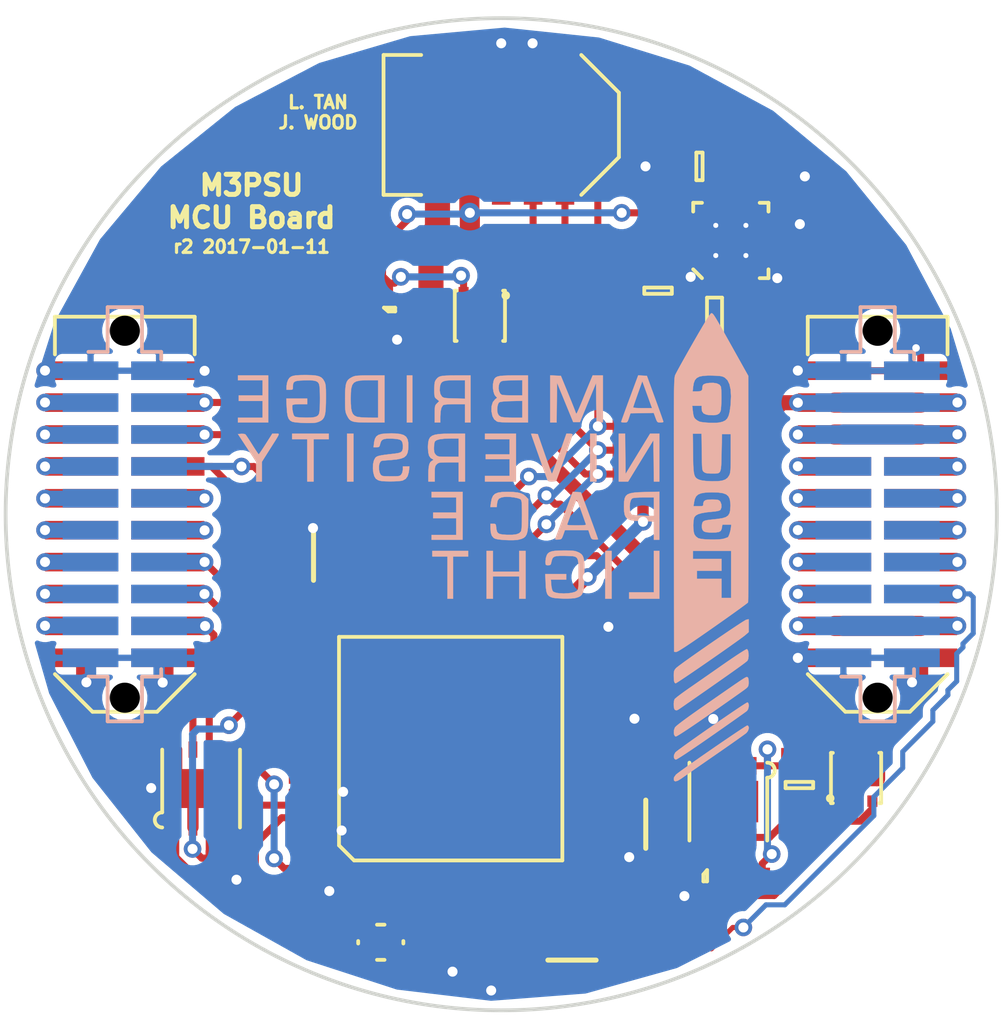
<source format=kicad_pcb>
(kicad_pcb (version 20160815) (host pcbnew "(2016-12-10 revision 9c758c4)-makepkg")
  (title_block (title "M3PSU - MCU Board") (date 2016-06-29) (rev 1) (company "CU Spaceflight") (comment 1 "Drawn by: Levin Tan, Jamie Wood"))
  (layers (0 F.Cu signal) (31 B.Cu signal) (34 B.Paste user) (35 F.Paste user) (36 B.SilkS user) (37 F.SilkS user) (38 B.Mask user) (39 F.Mask user) (44 Edge.Cuts user))
  (net 0 "")
  (net 1 GND)
  (net 2 "Net-(C1-Pad2)")
  (net 3 "Net-(C2-Pad1)")
  (net 4 3v3)
  (net 5 "Net-(C10-Pad1)")
  (net 6 "Net-(C11-Pad1)")
  (net 7 "Net-(C13-Pad1)")
  (net 8 /5v_CAN)
  (net 9 VBATT)
  (net 10 "Net-(IC1-Pad6)")
  (net 11 /SDA)
  (net 12 /SCL)
  (net 13 /~ALERT)
  (net 14 /JTMS)
  (net 15 /JTCK)
  (net 16 /JTDI)
  (net 17 /JTDO)
  (net 18 /CAN_RXD)
  (net 19 /CAN_TXD)
  (net 20 "Net-(IC2-Pad1)")
  (net 21 /CAN-)
  (net 22 /CAN+)
  (net 23 VCC)
  (net 24 "Net-(IC5-Pad10)")
  (net 25 /3v3_IMU)
  (net 26 /3v3_RADIO)
  (net 27 /3v3_FC)
  (net 28 /3v3_PYRO)
  (net 29 /JTDR)
  (net 30 /3v3_DL)
  (net 31 /RSVD1)
  (net 32 /3v3_AUX1)
  (net 33 /3v3_AUX2)
  (net 34 /RSVD2)
  (net 35 /PYRO_SO)
  (net 36 /PYRO_SI)
  (net 37 /5v_RADIO)
  (net 38 /PYRO1)
  (net 39 /5v_IMU)
  (net 40 /5v_AUX1)
  (net 41 /5v_AUX2)
  (net 42 /5v_CAM)
  (net 43 /PWR)
  (net 44 /EN_PYRO)
  (net 45 /PYRO2)
  (net 46 /PYRO3)
  (net 47 /PYRO4)
  (net 48 "Net-(Q8-PadG)")
  (net 49 /~WAKE)
  (net 50 /EN_POWER)
  (net 51 "Net-(Q1-PadG)")
  (net 52 /CHARGE)
  (module agg:0402 (layer F.Cu) (at 105.2 98.4 180)
    (fp_text reference R7)
    (fp_text value 4k7)
    (pad 1 smd rect (at -0.45 0 180) (size 0.62 0.62) (layers F.Cu F.Paste F.Mask) (net 4 3v3))
    (pad 2 smd rect (at 0.45 0 180) (size 0.62 0.62) (layers F.Cu F.Paste F.Mask) (net 11 /SDA))
  )
  (module agg:QFN-16-EP-TI (layer F.Cu) (at 109.15 89.1 90)
    (fp_text reference IC2)
    (fp_text value TPS62152)
    (pad 1 smd rect (at -1.4 -0.75 90) (size 0.6 0.25) (layers F.Cu F.Paste F.Mask) (net 20 "Net-(IC2-Pad1)"))
    (pad 2 smd rect (at -1.4 -0.25 90) (size 0.6 0.25) (layers F.Cu F.Paste F.Mask) (net 20 "Net-(IC2-Pad1)"))
    (pad 3 smd rect (at -1.4 0.25 90) (size 0.6 0.25) (layers F.Cu F.Paste F.Mask) (net 20 "Net-(IC2-Pad1)"))
    (pad 4 smd rect (at -1.4 0.75 90) (size 0.6 0.25) (layers F.Cu F.Paste F.Mask))
    (pad 5 smd rect (at -0.75 1.4 90) (size 0.25 0.6) (layers F.Cu F.Paste F.Mask) (net 1 GND))
    (pad 6 smd rect (at -0.25 1.4 90) (size 0.25 0.6) (layers F.Cu F.Paste F.Mask) (net 1 GND))
    (pad 7 smd rect (at 0.25 1.4 90) (size 0.25 0.6) (layers F.Cu F.Paste F.Mask) (net 4 3v3))
    (pad 8 smd rect (at 0.75 1.4 90) (size 0.25 0.6) (layers F.Cu F.Paste F.Mask) (net 1 GND))
    (pad 9 smd rect (at 1.4 0.75 90) (size 0.6 0.25) (layers F.Cu F.Paste F.Mask) (net 7 "Net-(C13-Pad1)"))
    (pad 10 smd rect (at 1.4 0.25 90) (size 0.6 0.25) (layers F.Cu F.Paste F.Mask) (net 9 VBATT))
    (pad 11 smd rect (at 1.4 -0.25 90) (size 0.6 0.25) (layers F.Cu F.Paste F.Mask) (net 9 VBATT))
    (pad 12 smd rect (at 1.4 -0.75 90) (size 0.6 0.25) (layers F.Cu F.Paste F.Mask) (net 9 VBATT))
    (pad 13 smd rect (at 0.75 -1.4 90) (size 0.25 0.6) (layers F.Cu F.Paste F.Mask) (net 9 VBATT))
    (pad 14 smd rect (at 0.25 -1.4 90) (size 0.25 0.6) (layers F.Cu F.Paste F.Mask) (net 4 3v3))
    (pad 15 smd rect (at -0.25 -1.4 90) (size 0.25 0.6) (layers F.Cu F.Paste F.Mask) (net 1 GND))
    (pad 16 smd rect (at -0.75 -1.4 90) (size 0.25 0.6) (layers F.Cu F.Paste F.Mask) (net 1 GND))
    (pad EP smd rect (at 0 0 90) (size 1.5 1.5) (layers F.Cu F.Paste) (net 1 GND))
    (pad EP thru_hole circle (at -0.6 -0.6 90) (size 0.3 0.3) (drill 0.2) (layers *.Cu) (net 1 GND))
    (pad EP thru_hole circle (at -0.6 0.6 90) (size 0.3 0.3) (drill 0.2) (layers *.Cu) (net 1 GND))
    (pad EP thru_hole circle (at 0.6 -0.6 90) (size 0.3 0.3) (drill 0.2) (layers *.Cu) (net 1 GND))
    (pad EP thru_hole circle (at 0.6 0.6 90) (size 0.3 0.3) (drill 0.2) (layers *.Cu) (net 1 GND))
    (pad EP smd rect (at 0 0 90) (size 1.7 1.7) (layers F.Cu F.Mask) (net 1 GND))
  )
  (module agg:0402 (layer F.Cu) (at 97.34 117.76 90)
    (fp_text reference C1)
    (fp_text value 10p)
    (pad 1 smd rect (at -0.45 0 90) (size 0.62 0.62) (layers F.Cu F.Paste F.Mask) (net 1 GND))
    (pad 2 smd rect (at 0.45 0 90) (size 0.62 0.62) (layers F.Cu F.Paste F.Mask) (net 2 "Net-(C1-Pad2)"))
  )
  (module agg:0402 (layer F.Cu) (at 93.15 116.82 90)
    (fp_text reference C2)
    (fp_text value 10p)
    (pad 1 smd rect (at -0.45 0 90) (size 0.62 0.62) (layers F.Cu F.Paste F.Mask) (net 3 "Net-(C2-Pad1)"))
    (pad 2 smd rect (at 0.45 0 90) (size 0.62 0.62) (layers F.Cu F.Paste F.Mask) (net 1 GND))
  )
  (module agg:0402 (layer F.Cu) (at 106.23 112.34 90)
    (fp_text reference C3)
    (fp_text value 4µ7)
    (pad 1 smd rect (at -0.45 0 90) (size 0.62 0.62) (layers F.Cu F.Paste F.Mask) (net 1 GND))
    (pad 2 smd rect (at 0.45 0 90) (size 0.62 0.62) (layers F.Cu F.Paste F.Mask) (net 4 3v3))
  )
  (module agg:0402 (layer F.Cu) (at 105.3 104.94 270)
    (fp_text reference C4)
    (fp_text value 100n)
    (pad 1 smd rect (at -0.45 0 270) (size 0.62 0.62) (layers F.Cu F.Paste F.Mask) (net 1 GND))
    (pad 2 smd rect (at 0.45 0 270) (size 0.62 0.62) (layers F.Cu F.Paste F.Mask) (net 4 3v3))
  )
  (module agg:0402 (layer F.Cu) (at 91.94 114.55 90)
    (fp_text reference C5)
    (fp_text value 100n)
    (pad 1 smd rect (at -0.45 0 90) (size 0.62 0.62) (layers F.Cu F.Paste F.Mask) (net 1 GND))
    (pad 2 smd rect (at 0.45 0 90) (size 0.62 0.62) (layers F.Cu F.Paste F.Mask) (net 4 3v3))
  )
  (module agg:0402 (layer F.Cu) (at 100.05 116.88)
    (fp_text reference C6)
    (fp_text value 1µ)
    (pad 1 smd rect (at -0.45 0) (size 0.62 0.62) (layers F.Cu F.Paste F.Mask) (net 1 GND))
    (pad 2 smd rect (at 0.45 0) (size 0.62 0.62) (layers F.Cu F.Paste F.Mask) (net 4 3v3))
  )
  (module agg:0402 (layer F.Cu) (at 105.29 112.34 90)
    (fp_text reference C7)
    (fp_text value 100n)
    (pad 1 smd rect (at -0.45 0 90) (size 0.62 0.62) (layers F.Cu F.Paste F.Mask) (net 1 GND))
    (pad 2 smd rect (at 0.45 0 90) (size 0.62 0.62) (layers F.Cu F.Paste F.Mask) (net 4 3v3))
  )
  (module agg:0402 (layer F.Cu) (at 91.92 101.69 270)
    (fp_text reference C8)
    (fp_text value 100n)
    (pad 1 smd rect (at -0.45 0 270) (size 0.62 0.62) (layers F.Cu F.Paste F.Mask) (net 1 GND))
    (pad 2 smd rect (at 0.45 0 270) (size 0.62 0.62) (layers F.Cu F.Paste F.Mask) (net 4 3v3))
  )
  (module agg:0402 (layer F.Cu) (at 100.05 118.08)
    (fp_text reference C9)
    (fp_text value 100n)
    (pad 1 smd rect (at -0.45 0) (size 0.62 0.62) (layers F.Cu F.Paste F.Mask) (net 1 GND))
    (pad 2 smd rect (at 0.45 0) (size 0.62 0.62) (layers F.Cu F.Paste F.Mask) (net 4 3v3))
  )
  (module agg:0402 (layer F.Cu) (at 93.13 101.69 90)
    (fp_text reference C10)
    (fp_text value 2µ2)
    (pad 1 smd rect (at -0.45 0 90) (size 0.62 0.62) (layers F.Cu F.Paste F.Mask) (net 5 "Net-(C10-Pad1)"))
    (pad 2 smd rect (at 0.45 0 90) (size 0.62 0.62) (layers F.Cu F.Paste F.Mask) (net 1 GND))
  )
  (module agg:0402 (layer F.Cu) (at 105.3 106.86 270)
    (fp_text reference C11)
    (fp_text value 2µ2)
    (pad 1 smd rect (at -0.45 0 270) (size 0.62 0.62) (layers F.Cu F.Paste F.Mask) (net 6 "Net-(C11-Pad1)"))
    (pad 2 smd rect (at 0.45 0 270) (size 0.62 0.62) (layers F.Cu F.Paste F.Mask) (net 1 GND))
  )
  (module agg:0805 (layer F.Cu) (at 107.9 86.15 180)
    (fp_text reference C12)
    (fp_text value 22µ)
    (pad 1 smd rect (at -0.9 0 180) (size 1.15 1.45) (layers F.Cu F.Paste F.Mask) (net 9 VBATT))
    (pad 2 smd rect (at 0.9 0 180) (size 1.15 1.45) (layers F.Cu F.Paste F.Mask) (net 1 GND))
  )
  (module agg:0402 (layer F.Cu) (at 111.95 87.5)
    (fp_text reference C13)
    (fp_text value 3n3)
    (pad 1 smd rect (at -0.45 0) (size 0.62 0.62) (layers F.Cu F.Paste F.Mask) (net 7 "Net-(C13-Pad1)"))
    (pad 2 smd rect (at 0.45 0) (size 0.62 0.62) (layers F.Cu F.Paste F.Mask) (net 1 GND))
  )
  (module agg:0805 (layer F.Cu) (at 106.25 91.1 90)
    (fp_text reference C14)
    (fp_text value 22µ)
    (pad 1 smd rect (at -0.9 0 90) (size 1.15 1.45) (layers F.Cu F.Paste F.Mask) (net 4 3v3))
    (pad 2 smd rect (at 0.9 0 90) (size 1.15 1.45) (layers F.Cu F.Paste F.Mask) (net 1 GND))
  )
  (module agg:0402 (layer F.Cu) (at 88.98 113.69)
    (fp_text reference C16)
    (fp_text value 100n)
    (pad 1 smd rect (at -0.45 0) (size 0.62 0.62) (layers F.Cu F.Paste F.Mask) (net 8 /5v_CAN))
    (pad 2 smd rect (at 0.45 0) (size 0.62 0.62) (layers F.Cu F.Paste F.Mask) (net 1 GND))
  )
  (module agg:LQFP-64 (layer F.Cu) (at 97.986 109.332 90)
    (fp_text reference IC1)
    (fp_text value STM32F405RxTx)
    (pad 1 smd rect (at -5.7 -3.75 90) (size 1.5 0.3) (layers F.Cu F.Paste F.Mask) (net 4 3v3))
    (pad 2 smd rect (at -5.7 -3.25 90) (size 1.5 0.3) (layers F.Cu F.Paste F.Mask))
    (pad 3 smd rect (at -5.7 -2.75 90) (size 1.5 0.3) (layers F.Cu F.Paste F.Mask))
    (pad 4 smd rect (at -5.7 -2.25 90) (size 1.5 0.3) (layers F.Cu F.Paste F.Mask))
    (pad 5 smd rect (at -5.7 -1.75 90) (size 1.5 0.3) (layers F.Cu F.Paste F.Mask) (net 2 "Net-(C1-Pad2)"))
    (pad 6 smd rect (at -5.7 -1.25 90) (size 1.5 0.3) (layers F.Cu F.Paste F.Mask) (net 10 "Net-(IC1-Pad6)"))
    (pad 7 smd rect (at -5.7 -0.75 90) (size 1.5 0.3) (layers F.Cu F.Paste F.Mask))
    (pad 8 smd rect (at -5.7 -0.25 90) (size 1.5 0.3) (layers F.Cu F.Paste F.Mask))
    (pad 9 smd rect (at -5.7 0.25 90) (size 1.5 0.3) (layers F.Cu F.Paste F.Mask))
    (pad 10 smd rect (at -5.7 0.75 90) (size 1.5 0.3) (layers F.Cu F.Paste F.Mask))
    (pad 11 smd rect (at -5.7 1.25 90) (size 1.5 0.3) (layers F.Cu F.Paste F.Mask))
    (pad 12 smd rect (at -5.7 1.75 90) (size 1.5 0.3) (layers F.Cu F.Paste F.Mask) (net 1 GND))
    (pad 13 smd rect (at -5.7 2.25 90) (size 1.5 0.3) (layers F.Cu F.Paste F.Mask) (net 4 3v3))
    (pad 14 smd rect (at -5.7 2.75 90) (size 1.5 0.3) (layers F.Cu F.Paste F.Mask) (net 49 /~WAKE))
    (pad 15 smd rect (at -5.7 3.25 90) (size 1.5 0.3) (layers F.Cu F.Paste F.Mask))
    (pad 16 smd rect (at -5.7 3.75 90) (size 1.5 0.3) (layers F.Cu F.Paste F.Mask) (net 44 /EN_PYRO))
    (pad 17 smd rect (at -3.75 5.7 90) (size 0.3 1.5) (layers F.Cu F.Paste F.Mask))
    (pad 18 smd rect (at -3.25 5.7 90) (size 0.3 1.5) (layers F.Cu F.Paste F.Mask) (net 1 GND))
    (pad 19 smd rect (at -2.75 5.7 90) (size 0.3 1.5) (layers F.Cu F.Paste F.Mask) (net 4 3v3))
    (pad 20 smd rect (at -2.25 5.7 90) (size 0.3 1.5) (layers F.Cu F.Paste F.Mask))
    (pad 21 smd rect (at -1.75 5.7 90) (size 0.3 1.5) (layers F.Cu F.Paste F.Mask))
    (pad 22 smd rect (at -1.25 5.7 90) (size 0.3 1.5) (layers F.Cu F.Paste F.Mask))
    (pad 23 smd rect (at -0.75 5.7 90) (size 0.3 1.5) (layers F.Cu F.Paste F.Mask))
    (pad 24 smd rect (at -0.25 5.7 90) (size 0.3 1.5) (layers F.Cu F.Paste F.Mask))
    (pad 25 smd rect (at 0.25 5.7 90) (size 0.3 1.5) (layers F.Cu F.Paste F.Mask))
    (pad 26 smd rect (at 0.75 5.7 90) (size 0.3 1.5) (layers F.Cu F.Paste F.Mask))
    (pad 27 smd rect (at 1.25 5.7 90) (size 0.3 1.5) (layers F.Cu F.Paste F.Mask))
    (pad 28 smd rect (at 1.75 5.7 90) (size 0.3 1.5) (layers F.Cu F.Paste F.Mask))
    (pad 29 smd rect (at 2.25 5.7 90) (size 0.3 1.5) (layers F.Cu F.Paste F.Mask))
    (pad 30 smd rect (at 2.75 5.7 90) (size 0.3 1.5) (layers F.Cu F.Paste F.Mask))
    (pad 31 smd rect (at 3.25 5.7 90) (size 0.3 1.5) (layers F.Cu F.Paste F.Mask) (net 6 "Net-(C11-Pad1)"))
    (pad 32 smd rect (at 3.75 5.7 90) (size 0.3 1.5) (layers F.Cu F.Paste F.Mask) (net 4 3v3))
    (pad 33 smd rect (at 5.7 3.75 90) (size 1.5 0.3) (layers F.Cu F.Paste F.Mask))
    (pad 34 smd rect (at 5.7 3.25 90) (size 1.5 0.3) (layers F.Cu F.Paste F.Mask))
    (pad 35 smd rect (at 5.7 2.75 90) (size 1.5 0.3) (layers F.Cu F.Paste F.Mask))
    (pad 36 smd rect (at 5.7 2.25 90) (size 1.5 0.3) (layers F.Cu F.Paste F.Mask))
    (pad 37 smd rect (at 5.7 1.75 90) (size 1.5 0.3) (layers F.Cu F.Paste F.Mask))
    (pad 38 smd rect (at 5.7 1.25 90) (size 1.5 0.3) (layers F.Cu F.Paste F.Mask))
    (pad 39 smd rect (at 5.7 0.75 90) (size 1.5 0.3) (layers F.Cu F.Paste F.Mask))
    (pad 40 smd rect (at 5.7 0.25 90) (size 1.5 0.3) (layers F.Cu F.Paste F.Mask) (net 11 /SDA))
    (pad 41 smd rect (at 5.7 -0.25 90) (size 1.5 0.3) (layers F.Cu F.Paste F.Mask) (net 12 /SCL))
    (pad 42 smd rect (at 5.7 -0.75 90) (size 1.5 0.3) (layers F.Cu F.Paste F.Mask) (net 13 /~ALERT))
    (pad 43 smd rect (at 5.7 -1.25 90) (size 1.5 0.3) (layers F.Cu F.Paste F.Mask) (net 50 /EN_POWER))
    (pad 44 smd rect (at 5.7 -1.75 90) (size 1.5 0.3) (layers F.Cu F.Paste F.Mask))
    (pad 45 smd rect (at 5.7 -2.25 90) (size 1.5 0.3) (layers F.Cu F.Paste F.Mask))
    (pad 46 smd rect (at 5.7 -2.75 90) (size 1.5 0.3) (layers F.Cu F.Paste F.Mask) (net 14 /JTMS))
    (pad 47 smd rect (at 5.7 -3.25 90) (size 1.5 0.3) (layers F.Cu F.Paste F.Mask) (net 5 "Net-(C10-Pad1)"))
    (pad 48 smd rect (at 5.7 -3.75 90) (size 1.5 0.3) (layers F.Cu F.Paste F.Mask) (net 4 3v3))
    (pad 49 smd rect (at 3.75 -5.7 90) (size 0.3 1.5) (layers F.Cu F.Paste F.Mask) (net 15 /JTCK))
    (pad 50 smd rect (at 3.25 -5.7 90) (size 0.3 1.5) (layers F.Cu F.Paste F.Mask) (net 16 /JTDI))
    (pad 51 smd rect (at 2.75 -5.7 90) (size 0.3 1.5) (layers F.Cu F.Paste F.Mask))
    (pad 52 smd rect (at 2.25 -5.7 90) (size 0.3 1.5) (layers F.Cu F.Paste F.Mask))
    (pad 53 smd rect (at 1.75 -5.7 90) (size 0.3 1.5) (layers F.Cu F.Paste F.Mask))
    (pad 54 smd rect (at 1.25 -5.7 90) (size 0.3 1.5) (layers F.Cu F.Paste F.Mask))
    (pad 55 smd rect (at 0.75 -5.7 90) (size 0.3 1.5) (layers F.Cu F.Paste F.Mask) (net 17 /JTDO))
    (pad 56 smd rect (at 0.25 -5.7 90) (size 0.3 1.5) (layers F.Cu F.Paste F.Mask))
    (pad 57 smd rect (at -0.25 -5.7 90) (size 0.3 1.5) (layers F.Cu F.Paste F.Mask))
    (pad 58 smd rect (at -0.75 -5.7 90) (size 0.3 1.5) (layers F.Cu F.Paste F.Mask))
    (pad 59 smd rect (at -1.25 -5.7 90) (size 0.3 1.5) (layers F.Cu F.Paste F.Mask))
    (pad 60 smd rect (at -1.75 -5.7 90) (size 0.3 1.5) (layers F.Cu F.Paste F.Mask) (net 1 GND))
    (pad 61 smd rect (at -2.25 -5.7 90) (size 0.3 1.5) (layers F.Cu F.Paste F.Mask) (net 18 /CAN_RXD))
    (pad 62 smd rect (at -2.75 -5.7 90) (size 0.3 1.5) (layers F.Cu F.Paste F.Mask) (net 19 /CAN_TXD))
    (pad 63 smd rect (at -3.25 -5.7 90) (size 0.3 1.5) (layers F.Cu F.Paste F.Mask) (net 1 GND))
    (pad 64 smd rect (at -3.75 -5.7 90) (size 0.3 1.5) (layers F.Cu F.Paste F.Mask) (net 4 3v3))
  )
  (module agg:DFN-8-EP-MICROCHIP (layer F.Cu) (at 88.04 110.92 90)
    (fp_text reference IC3)
    (fp_text value MCP2562)
    (pad 1 smd rect (at -1.55 -0.975 90) (size 0.65 0.35) (layers F.Cu F.Paste F.Mask) (net 19 /CAN_TXD))
    (pad 2 smd rect (at -1.55 -0.325 90) (size 0.65 0.35) (layers F.Cu F.Paste F.Mask) (net 1 GND))
    (pad 3 smd rect (at -1.55 0.325 90) (size 0.65 0.35) (layers F.Cu F.Paste F.Mask) (net 8 /5v_CAN))
    (pad 4 smd rect (at -1.55 0.975 90) (size 0.65 0.35) (layers F.Cu F.Paste F.Mask) (net 18 /CAN_RXD))
    (pad 5 smd rect (at 1.55 0.975 90) (size 0.65 0.35) (layers F.Cu F.Paste F.Mask) (net 4 3v3))
    (pad 6 smd rect (at 1.55 0.325 90) (size 0.65 0.35) (layers F.Cu F.Paste F.Mask) (net 21 /CAN-))
    (pad 7 smd rect (at 1.55 -0.325 90) (size 0.65 0.35) (layers F.Cu F.Paste F.Mask) (net 22 /CAN+))
    (pad 8 smd rect (at 1.55 -0.975 90) (size 0.65 0.35) (layers F.Cu F.Paste F.Mask) (net 1 GND))
    (pad EP smd rect (at 0 -0.6 90) (size 0.8 0.8) (layers F.Cu F.Mask) (net 1 GND))
    (pad EP smd rect (at 0 0.6 90) (size 0.8 0.8) (layers F.Cu F.Mask) (net 1 GND))
    (pad EP smd rect (at 0 -0.6 90) (size 0.8 0.8) (layers F.Cu F.Paste) (net 1 GND))
    (pad EP smd rect (at 0 0.6 90) (size 0.8 0.8) (layers F.Cu F.Paste) (net 1 GND))
    (pad EP smd rect (at 0 0 90) (size 1.55 2.4) (layers F.Cu) (net 1 GND))
  )
  (module agg:DFN-10-EP-LT (layer F.Cu) (at 109.05 111.44 270)
    (fp_text reference IC5)
    (fp_text value LTC4151)
    (pad 1 smd rect (at -1.425 -1 270) (size 0.7 0.25) (layers F.Cu F.Paste F.Mask) (net 23 VCC))
    (pad 2 smd rect (at -1.425 -0.5 270) (size 0.7 0.25) (layers F.Cu F.Paste F.Mask) (net 23 VCC))
    (pad 3 smd rect (at -1.425 0 270) (size 0.7 0.25) (layers F.Cu F.Paste F.Mask) (net 1 GND))
    (pad 4 smd rect (at -1.425 0.5 270) (size 0.7 0.25) (layers F.Cu F.Paste F.Mask) (net 1 GND))
    (pad 5 smd rect (at -1.425 1 270) (size 0.7 0.25) (layers F.Cu F.Paste F.Mask) (net 1 GND))
    (pad 6 smd rect (at 1.425 1 270) (size 0.7 0.25) (layers F.Cu F.Paste F.Mask) (net 12 /SCL))
    (pad 7 smd rect (at 1.425 0.5 270) (size 0.7 0.25) (layers F.Cu F.Paste F.Mask) (net 11 /SDA))
    (pad 8 smd rect (at 1.425 0 270) (size 0.7 0.25) (layers F.Cu F.Paste F.Mask))
    (pad 9 smd rect (at 1.425 -0.5 270) (size 0.7 0.25) (layers F.Cu F.Paste F.Mask) (net 1 GND))
    (pad 10 smd rect (at 1.425 -1 270) (size 0.7 0.25) (layers F.Cu F.Paste F.Mask) (net 24 "Net-(IC5-Pad10)"))
    (pad EP smd rect (at 0 -0.6 270) (size 1.2 0.8) (layers F.Cu F.Paste) (net 1 GND))
    (pad EP smd rect (at 0 0.6 270) (size 1.2 0.8) (layers F.Cu F.Paste) (net 1 GND))
    (pad EP smd rect (at 0 0 270) (size 1.65 2.38) (layers F.Cu F.Mask) (net 1 GND))
  )
  (module agg:TFML-110-02-L-D (layer F.Cu) (at 85 100 270)
    (fp_text reference J1)
    (fp_text value "WEST TOP")
    (pad 1 smd rect (at -5.715 1.715 270) (size 0.74 2.92) (layers F.Cu F.Paste F.Mask) (net 1 GND))
    (pad 2 smd rect (at -5.715 -1.715 270) (size 0.74 2.92) (layers F.Cu F.Paste F.Mask) (net 1 GND))
    (pad 3 smd rect (at -4.445 1.715 270) (size 0.74 2.92) (layers F.Cu F.Paste F.Mask) (net 25 /3v3_IMU))
    (pad 4 smd rect (at -4.445 -1.715 270) (size 0.74 2.92) (layers F.Cu F.Paste F.Mask) (net 14 /JTMS))
    (pad 5 smd rect (at -3.175 1.715 270) (size 0.74 2.92) (layers F.Cu F.Paste F.Mask) (net 26 /3v3_RADIO))
    (pad 6 smd rect (at -3.175 -1.715 270) (size 0.74 2.92) (layers F.Cu F.Paste F.Mask) (net 15 /JTCK))
    (pad 7 smd rect (at -1.905 1.715 270) (size 0.74 2.92) (layers F.Cu F.Paste F.Mask) (net 27 /3v3_FC))
    (pad 8 smd rect (at -1.905 -1.715 270) (size 0.74 2.92) (layers F.Cu F.Paste F.Mask) (net 17 /JTDO))
    (pad 9 smd rect (at -0.635 1.715 270) (size 0.74 2.92) (layers F.Cu F.Paste F.Mask) (net 28 /3v3_PYRO))
    (pad 10 smd rect (at -0.635 -1.715 270) (size 0.74 2.92) (layers F.Cu F.Paste F.Mask) (net 29 /JTDR))
    (pad 11 smd rect (at 0.635 1.715 270) (size 0.74 2.92) (layers F.Cu F.Paste F.Mask) (net 30 /3v3_DL))
    (pad 12 smd rect (at 0.635 -1.715 270) (size 0.74 2.92) (layers F.Cu F.Paste F.Mask) (net 31 /RSVD1))
    (pad 13 smd rect (at 1.905 1.715 270) (size 0.74 2.92) (layers F.Cu F.Paste F.Mask) (net 32 /3v3_AUX1))
    (pad 14 smd rect (at 1.905 -1.715 270) (size 0.74 2.92) (layers F.Cu F.Paste F.Mask) (net 8 /5v_CAN))
    (pad 15 smd rect (at 3.175 1.715 270) (size 0.74 2.92) (layers F.Cu F.Paste F.Mask) (net 33 /3v3_AUX2))
    (pad 16 smd rect (at 3.175 -1.715 270) (size 0.74 2.92) (layers F.Cu F.Paste F.Mask) (net 21 /CAN-))
    (pad 17 smd rect (at 4.445 1.715 270) (size 0.74 2.92) (layers F.Cu F.Paste F.Mask) (net 34 /RSVD2))
    (pad 18 smd rect (at 4.445 -1.715 270) (size 0.74 2.92) (layers F.Cu F.Paste F.Mask) (net 22 /CAN+))
    (pad 19 smd rect (at 5.715 1.715 270) (size 0.74 2.92) (layers F.Cu F.Paste F.Mask) (net 1 GND))
    (pad 20 smd rect (at 5.715 -1.715 270) (size 0.74 2.92) (layers F.Cu F.Paste F.Mask) (net 1 GND))
  )
  (module agg:SFML-110-02-L-D-LC (layer B.Cu) (at 85 100 270)
    (fp_text reference J2)
    (fp_text value "WEST BOT")
    (pad 1 smd rect (at -5.715 1.365 270) (size 0.74 2.22) (layers B.Cu B.Paste B.Mask) (net 1 GND))
    (pad 2 smd rect (at -5.715 -1.365 270) (size 0.74 2.22) (layers B.Cu B.Paste B.Mask) (net 1 GND))
    (pad 3 smd rect (at -4.445 1.365 270) (size 0.74 2.22) (layers B.Cu B.Paste B.Mask) (net 25 /3v3_IMU))
    (pad 4 smd rect (at -4.445 -1.365 270) (size 0.74 2.22) (layers B.Cu B.Paste B.Mask) (net 14 /JTMS))
    (pad 5 smd rect (at -3.175 1.365 270) (size 0.74 2.22) (layers B.Cu B.Paste B.Mask) (net 26 /3v3_RADIO))
    (pad 6 smd rect (at -3.175 -1.365 270) (size 0.74 2.22) (layers B.Cu B.Paste B.Mask) (net 15 /JTCK))
    (pad 7 smd rect (at -1.905 1.365 270) (size 0.74 2.22) (layers B.Cu B.Paste B.Mask) (net 27 /3v3_FC))
    (pad 8 smd rect (at -1.905 -1.365 270) (size 0.74 2.22) (layers B.Cu B.Paste B.Mask) (net 16 /JTDI))
    (pad 9 smd rect (at -0.635 1.365 270) (size 0.74 2.22) (layers B.Cu B.Paste B.Mask) (net 28 /3v3_PYRO))
    (pad 10 smd rect (at -0.635 -1.365 270) (size 0.74 2.22) (layers B.Cu B.Paste B.Mask) (net 29 /JTDR))
    (pad 11 smd rect (at 0.635 1.365 270) (size 0.74 2.22) (layers B.Cu B.Paste B.Mask) (net 30 /3v3_DL))
    (pad 12 smd rect (at 0.635 -1.365 270) (size 0.74 2.22) (layers B.Cu B.Paste B.Mask) (net 31 /RSVD1))
    (pad 13 smd rect (at 1.905 1.365 270) (size 0.74 2.22) (layers B.Cu B.Paste B.Mask) (net 32 /3v3_AUX1))
    (pad 14 smd rect (at 1.905 -1.365 270) (size 0.74 2.22) (layers B.Cu B.Paste B.Mask) (net 8 /5v_CAN))
    (pad 15 smd rect (at 3.175 1.365 270) (size 0.74 2.22) (layers B.Cu B.Paste B.Mask) (net 33 /3v3_AUX2))
    (pad 16 smd rect (at 3.175 -1.365 270) (size 0.74 2.22) (layers B.Cu B.Paste B.Mask) (net 21 /CAN-))
    (pad 17 smd rect (at 4.445 1.365 270) (size 0.74 2.22) (layers B.Cu B.Paste B.Mask) (net 34 /RSVD2))
    (pad 18 smd rect (at 4.445 -1.365 270) (size 0.74 2.22) (layers B.Cu B.Paste B.Mask) (net 22 /CAN+))
    (pad 19 smd rect (at 5.715 1.365 270) (size 0.74 2.22) (layers B.Cu B.Paste B.Mask) (net 1 GND))
    (pad 20 smd rect (at 5.715 -1.365 270) (size 0.74 2.22) (layers B.Cu B.Paste B.Mask) (net 1 GND))
    (pad "" np_thru_hole circle (at 7.305 0 270) (size 1.2 1.2) (drill 1.2) (layers *.Mask))
    (pad "" np_thru_hole circle (at -7.305 0 270) (size 1.2 1.2) (drill 1.2) (layers *.Mask))
  )
  (module agg:TFML-110-02-L-D (layer F.Cu) (at 115 100 270)
    (fp_text reference J4)
    (fp_text value "EAST TOP")
    (pad 1 smd rect (at -5.715 1.715 270) (size 0.74 2.92) (layers F.Cu F.Paste F.Mask) (net 1 GND))
    (pad 2 smd rect (at -5.715 -1.715 270) (size 0.74 2.92) (layers F.Cu F.Paste F.Mask) (net 1 GND))
    (pad 3 smd rect (at -4.445 1.715 270) (size 0.74 2.92) (layers F.Cu F.Paste F.Mask) (net 35 /PYRO_SO))
    (pad 4 smd rect (at -4.445 -1.715 270) (size 0.74 2.92) (layers F.Cu F.Paste F.Mask) (net 35 /PYRO_SO))
    (pad 5 smd rect (at -3.175 1.715 270) (size 0.74 2.92) (layers F.Cu F.Paste F.Mask) (net 36 /PYRO_SI))
    (pad 6 smd rect (at -3.175 -1.715 270) (size 0.74 2.92) (layers F.Cu F.Paste F.Mask) (net 36 /PYRO_SI))
    (pad 7 smd rect (at -1.905 1.715 270) (size 0.74 2.92) (layers F.Cu F.Paste F.Mask) (net 37 /5v_RADIO))
    (pad 8 smd rect (at -1.905 -1.715 270) (size 0.74 2.92) (layers F.Cu F.Paste F.Mask) (net 38 /PYRO1))
    (pad 9 smd rect (at -0.635 1.715 270) (size 0.74 2.92) (layers F.Cu F.Paste F.Mask) (net 39 /5v_IMU))
    (pad 10 smd rect (at -0.635 -1.715 270) (size 0.74 2.92) (layers F.Cu F.Paste F.Mask) (net 45 /PYRO2))
    (pad 11 smd rect (at 0.635 1.715 270) (size 0.74 2.92) (layers F.Cu F.Paste F.Mask) (net 40 /5v_AUX1))
    (pad 12 smd rect (at 0.635 -1.715 270) (size 0.74 2.92) (layers F.Cu F.Paste F.Mask) (net 46 /PYRO3))
    (pad 13 smd rect (at 1.905 1.715 270) (size 0.74 2.92) (layers F.Cu F.Paste F.Mask) (net 41 /5v_AUX2))
    (pad 14 smd rect (at 1.905 -1.715 270) (size 0.74 2.92) (layers F.Cu F.Paste F.Mask) (net 47 /PYRO4))
    (pad 15 smd rect (at 3.175 1.715 270) (size 0.74 2.92) (layers F.Cu F.Paste F.Mask) (net 42 /5v_CAM))
    (pad 16 smd rect (at 3.175 -1.715 270) (size 0.74 2.92) (layers F.Cu F.Paste F.Mask) (net 43 /PWR))
    (pad 17 smd rect (at 4.445 1.715 270) (size 0.74 2.92) (layers F.Cu F.Paste F.Mask) (net 52 /CHARGE))
    (pad 18 smd rect (at 4.445 -1.715 270) (size 0.74 2.92) (layers F.Cu F.Paste F.Mask) (net 52 /CHARGE))
    (pad 19 smd rect (at 5.715 1.715 270) (size 0.74 2.92) (layers F.Cu F.Paste F.Mask) (net 1 GND))
    (pad 20 smd rect (at 5.715 -1.715 270) (size 0.74 2.92) (layers F.Cu F.Paste F.Mask) (net 1 GND))
  )
  (module agg:SFML-110-02-L-D-LC (layer B.Cu) (at 115 100 270)
    (fp_text reference J5)
    (fp_text value "EAST BOT")
    (pad 1 smd rect (at -5.715 1.365 270) (size 0.74 2.22) (layers B.Cu B.Paste B.Mask) (net 1 GND))
    (pad 2 smd rect (at -5.715 -1.365 270) (size 0.74 2.22) (layers B.Cu B.Paste B.Mask) (net 1 GND))
    (pad 3 smd rect (at -4.445 1.365 270) (size 0.74 2.22) (layers B.Cu B.Paste B.Mask) (net 35 /PYRO_SO))
    (pad 4 smd rect (at -4.445 -1.365 270) (size 0.74 2.22) (layers B.Cu B.Paste B.Mask) (net 35 /PYRO_SO))
    (pad 5 smd rect (at -3.175 1.365 270) (size 0.74 2.22) (layers B.Cu B.Paste B.Mask) (net 36 /PYRO_SI))
    (pad 6 smd rect (at -3.175 -1.365 270) (size 0.74 2.22) (layers B.Cu B.Paste B.Mask) (net 36 /PYRO_SI))
    (pad 7 smd rect (at -1.905 1.365 270) (size 0.74 2.22) (layers B.Cu B.Paste B.Mask) (net 37 /5v_RADIO))
    (pad 8 smd rect (at -1.905 -1.365 270) (size 0.74 2.22) (layers B.Cu B.Paste B.Mask) (net 38 /PYRO1))
    (pad 9 smd rect (at -0.635 1.365 270) (size 0.74 2.22) (layers B.Cu B.Paste B.Mask) (net 39 /5v_IMU))
    (pad 10 smd rect (at -0.635 -1.365 270) (size 0.74 2.22) (layers B.Cu B.Paste B.Mask) (net 45 /PYRO2))
    (pad 11 smd rect (at 0.635 1.365 270) (size 0.74 2.22) (layers B.Cu B.Paste B.Mask) (net 40 /5v_AUX1))
    (pad 12 smd rect (at 0.635 -1.365 270) (size 0.74 2.22) (layers B.Cu B.Paste B.Mask) (net 46 /PYRO3))
    (pad 13 smd rect (at 1.905 1.365 270) (size 0.74 2.22) (layers B.Cu B.Paste B.Mask) (net 41 /5v_AUX2))
    (pad 14 smd rect (at 1.905 -1.365 270) (size 0.74 2.22) (layers B.Cu B.Paste B.Mask) (net 47 /PYRO4))
    (pad 15 smd rect (at 3.175 1.365 270) (size 0.74 2.22) (layers B.Cu B.Paste B.Mask) (net 42 /5v_CAM))
    (pad 16 smd rect (at 3.175 -1.365 270) (size 0.74 2.22) (layers B.Cu B.Paste B.Mask) (net 43 /PWR))
    (pad 17 smd rect (at 4.445 1.365 270) (size 0.74 2.22) (layers B.Cu B.Paste B.Mask) (net 52 /CHARGE))
    (pad 18 smd rect (at 4.445 -1.365 270) (size 0.74 2.22) (layers B.Cu B.Paste B.Mask) (net 52 /CHARGE))
    (pad 19 smd rect (at 5.715 1.365 270) (size 0.74 2.22) (layers B.Cu B.Paste B.Mask) (net 1 GND))
    (pad 20 smd rect (at 5.715 -1.365 270) (size 0.74 2.22) (layers B.Cu B.Paste B.Mask) (net 1 GND))
    (pad "" np_thru_hole circle (at 7.305 0 270) (size 1.2 1.2) (drill 1.2) (layers *.Mask))
    (pad "" np_thru_hole circle (at -7.305 0 270) (size 1.2 1.2) (drill 1.2) (layers *.Mask))
  )
  (module agg:VLS201610HBX-1 (layer F.Cu) (at 108.5 92.1 180)
    (fp_text reference L1)
    (fp_text value 3µ3)
    (pad 1 smd rect (at -0.75 0 180) (size 0.5 1.6) (layers F.Cu F.Paste F.Mask) (net 20 "Net-(IC2-Pad1)"))
    (pad 2 smd rect (at 0.75 0 180) (size 0.5 1.6) (layers F.Cu F.Paste F.Mask) (net 4 3v3))
  )
  (module agg:SOT-883-B (layer F.Cu) (at 108.13 114.39 270)
    (fp_text reference Q9)
    (fp_text value NFET)
    (pad S smd rect (at 0.225 0.35 270) (size 0.25 0.4) (layers F.Cu F.Paste F.Mask) (net 1 GND))
    (pad G smd rect (at -0.225 0.35 270) (size 0.25 0.4) (layers F.Cu F.Paste F.Mask) (net 44 /EN_PYRO))
    (pad D smd rect (at 0 -0.35 270) (size 0.7 0.4) (layers F.Cu F.Paste F.Mask) (net 48 "Net-(Q8-PadG)"))
  )
  (module agg:0402 (layer F.Cu) (at 97.7 116.39 180)
    (fp_text reference R3)
    (fp_text value 100)
    (pad 1 smd rect (at -0.45 0 180) (size 0.62 0.62) (layers F.Cu F.Paste F.Mask) (net 3 "Net-(C2-Pad1)"))
    (pad 2 smd rect (at 0.45 0 180) (size 0.62 0.62) (layers F.Cu F.Paste F.Mask) (net 10 "Net-(IC1-Pad6)"))
  )
  (module agg:0402 (layer F.Cu) (at 105.2 97.45 180)
    (fp_text reference R8)
    (fp_text value 4k7)
    (pad 1 smd rect (at -0.45 0 180) (size 0.62 0.62) (layers F.Cu F.Paste F.Mask) (net 4 3v3))
    (pad 2 smd rect (at 0.45 0 180) (size 0.62 0.62) (layers F.Cu F.Paste F.Mask) (net 12 /SCL))
  )
  (module agg:0402 (layer F.Cu) (at 105.2 96.5 180)
    (fp_text reference R10)
    (fp_text value 4k7)
    (pad 1 smd rect (at -0.45 0 180) (size 0.62 0.62) (layers F.Cu F.Paste F.Mask) (net 4 3v3))
    (pad 2 smd rect (at 0.45 0 180) (size 0.62 0.62) (layers F.Cu F.Paste F.Mask) (net 13 /~ALERT))
  )
  (module agg:0805 (layer F.Cu) (at 111.88 110.78 270)
    (fp_text reference R15)
    (fp_text value 10m)
    (pad 1 smd rect (at -0.9 0 270) (size 1.15 1.45) (layers F.Cu F.Paste F.Mask) (net 23 VCC))
    (pad 2 smd rect (at 0.9 0 270) (size 1.15 1.45) (layers F.Cu F.Paste F.Mask) (net 24 "Net-(IC5-Pad10)"))
  )
  (module agg:0402 (layer F.Cu) (at 109.95 114.38 180)
    (fp_text reference R16)
    (fp_text value 33k)
    (pad 1 smd rect (at -0.45 0 180) (size 0.62 0.62) (layers F.Cu F.Paste F.Mask) (net 23 VCC))
    (pad 2 smd rect (at 0.45 0 180) (size 0.62 0.62) (layers F.Cu F.Paste F.Mask) (net 48 "Net-(Q8-PadG)"))
  )
  (module agg:XTAL-20x16 (layer F.Cu) (at 95.2 117.04 270)
    (fp_text reference Y1)
    (fp_text value 26M)
    (pad 1 smd rect (at -0.575 -0.725 180) (size 0.95 0.85) (layers F.Cu F.Paste F.Mask) (net 2 "Net-(C1-Pad2)"))
    (pad 2 smd rect (at -0.575 0.725 180) (size 0.95 0.85) (layers F.Cu F.Paste F.Mask) (net 1 GND))
    (pad 3 smd rect (at 0.575 0.725 180) (size 0.95 0.85) (layers F.Cu F.Paste F.Mask) (net 3 "Net-(C2-Pad1)"))
    (pad 4 smd rect (at 0.575 -0.725 180) (size 0.95 0.85) (layers F.Cu F.Paste F.Mask) (net 1 GND))
  )
  (module agg:TFML-105-02-L-D (layer F.Cu) (at 100 84.5)
    (fp_text reference J3)
    (fp_text value "NORTH TOP")
    (pad 1 smd rect (at -2.54 1.715) (size 0.74 2.92) (layers F.Cu F.Paste F.Mask) (net 23 VCC))
    (pad 2 smd rect (at -2.54 -1.715) (size 0.74 2.92) (layers F.Cu F.Paste F.Mask) (net 23 VCC))
    (pad 3 smd rect (at -1.27 1.715) (size 0.74 2.92) (layers F.Cu F.Paste F.Mask) (net 9 VBATT))
    (pad 4 smd rect (at -1.27 -1.715) (size 0.74 2.92) (layers F.Cu F.Paste F.Mask) (net 9 VBATT))
    (pad 5 smd rect (at 0 1.715) (size 0.74 2.92) (layers F.Cu F.Paste F.Mask))
    (pad 6 smd rect (at 0 -1.715) (size 0.74 2.92) (layers F.Cu F.Paste F.Mask) (net 1 GND))
    (pad 7 smd rect (at 1.27 1.715) (size 0.74 2.92) (layers F.Cu F.Paste F.Mask) (net 11 /SDA))
    (pad 8 smd rect (at 1.27 -1.715) (size 0.74 2.92) (layers F.Cu F.Paste F.Mask) (net 1 GND))
    (pad 9 smd rect (at 2.54 1.715) (size 0.74 2.92) (layers F.Cu F.Paste F.Mask) (net 12 /SCL))
    (pad 10 smd rect (at 2.54 -1.715) (size 0.74 2.92) (layers F.Cu F.Paste F.Mask) (net 13 /~ALERT))
  )
  (module agg:0402 (layer F.Cu) (at 110.7 86.55)
    (fp_text reference C19)
    (fp_text value 100n)
    (pad 1 smd rect (at -0.45 0) (size 0.62 0.62) (layers F.Cu F.Paste F.Mask) (net 9 VBATT))
    (pad 2 smd rect (at 0.45 0) (size 0.62 0.62) (layers F.Cu F.Paste F.Mask) (net 1 GND))
  )
  (module agg:0402 (layer F.Cu) (at 108.95 108.95 180)
    (fp_text reference C20)
    (fp_text value 100n)
    (pad 1 smd rect (at -0.45 0 180) (size 0.62 0.62) (layers F.Cu F.Paste F.Mask) (net 23 VCC))
    (pad 2 smd rect (at 0.45 0 180) (size 0.62 0.62) (layers F.Cu F.Paste F.Mask) (net 1 GND))
  )
  (module m3psu:cusf_logo_full (layer B.Cu) (at 99.7 101.3 180)
    (fp_text reference G*** hide)
    (fp_text value LOGO hide)
  )
  (module agg:SON2x2 (layer F.Cu) (at 114.14 110.5)
    (fp_text reference Q8)
    (fp_text value PFET)
    (pad D smd rect (at 0.65 -0.096) (size 0.4 0.85) (layers F.Cu F.Paste F.Mask) (net 35 /PYRO_SO))
    (pad D smd rect (at 0.65 -0.9225) (size 0.4 0.455) (layers F.Cu F.Paste F.Mask) (net 35 /PYRO_SO))
    (pad G smd rect (at 0.65 0.9225) (size 0.4 0.455) (layers F.Cu F.Paste F.Mask) (net 48 "Net-(Q8-PadG)"))
    (pad S smd rect (at 0 -0.9225) (size 0.4 0.455) (layers F.Cu F.Paste F.Mask) (net 24 "Net-(IC5-Pad10)"))
    (pad S smd rect (at -0.65 -0.9225) (size 0.4 0.455) (layers F.Cu F.Paste F.Mask) (net 24 "Net-(IC5-Pad10)"))
    (pad S smd rect (at -0.65 0.9225) (size 0.4 0.455) (layers F.Cu F.Paste F.Mask) (net 24 "Net-(IC5-Pad10)"))
    (pad S smd rect (at -0.325 0) (size 1.05 1.1) (layers F.Cu F.Paste F.Mask) (net 24 "Net-(IC5-Pad10)"))
    (pad S smd rect (at 0 0.9225) (size 0.4 0.455) (layers F.Cu F.Paste F.Mask) (net 24 "Net-(IC5-Pad10)"))
  )
  (module agg:0402 (layer F.Cu) (at 106.25 114.75 270)
    (fp_text reference R23)
    (fp_text value 33k)
    (pad 1 smd rect (at -0.45 0 270) (size 0.62 0.62) (layers F.Cu F.Paste F.Mask) (net 44 /EN_PYRO))
    (pad 2 smd rect (at 0.45 0 270) (size 0.62 0.62) (layers F.Cu F.Paste F.Mask) (net 1 GND))
  )
  (module agg:SON2x2 (layer F.Cu) (at 99.15 92.1 180)
    (fp_text reference Q1)
    (fp_text value PFET)
    (pad S smd rect (at 0 0.9225 180) (size 0.4 0.455) (layers F.Cu F.Paste F.Mask) (net 9 VBATT))
    (pad S smd rect (at -0.325 0 180) (size 1.05 1.1) (layers F.Cu F.Paste F.Mask) (net 9 VBATT))
    (pad S smd rect (at -0.65 0.9225 180) (size 0.4 0.455) (layers F.Cu F.Paste F.Mask) (net 9 VBATT))
    (pad S smd rect (at -0.65 -0.9225 180) (size 0.4 0.455) (layers F.Cu F.Paste F.Mask) (net 9 VBATT))
    (pad S smd rect (at 0 -0.9225 180) (size 0.4 0.455) (layers F.Cu F.Paste F.Mask) (net 9 VBATT))
    (pad G smd rect (at 0.65 0.9225 180) (size 0.4 0.455) (layers F.Cu F.Paste F.Mask) (net 51 "Net-(Q1-PadG)"))
    (pad D smd rect (at 0.65 -0.9225 180) (size 0.4 0.455) (layers F.Cu F.Paste F.Mask) (net 23 VCC))
    (pad D smd rect (at 0.65 -0.096 180) (size 0.4 0.85) (layers F.Cu F.Paste F.Mask) (net 23 VCC))
  )
  (module agg:SOT-883-B (layer F.Cu) (at 95.55 91.85)
    (fp_text reference Q2)
    (fp_text value NFET)
    (pad S smd rect (at 0.225 0.35) (size 0.25 0.4) (layers F.Cu F.Paste F.Mask) (net 1 GND))
    (pad G smd rect (at -0.225 0.35) (size 0.25 0.4) (layers F.Cu F.Paste F.Mask) (net 50 /EN_POWER))
    (pad D smd rect (at 0 -0.35) (size 0.7 0.4) (layers F.Cu F.Paste F.Mask) (net 51 "Net-(Q1-PadG)"))
  )
  (module agg:0402 (layer F.Cu) (at 102.8 118.25)
    (fp_text reference R1)
    (fp_text value 100k)
    (pad 1 smd rect (at -0.45 0) (size 0.62 0.62) (layers F.Cu F.Paste F.Mask) (net 4 3v3))
    (pad 2 smd rect (at 0.45 0) (size 0.62 0.62) (layers F.Cu F.Paste F.Mask) (net 43 /PWR))
  )
  (module agg:0402 (layer F.Cu) (at 102.8 117.25)
    (fp_text reference R2)
    (fp_text value 100k)
    (pad 1 smd rect (at -0.45 0) (size 0.62 0.62) (layers F.Cu F.Paste F.Mask) (net 49 /~WAKE))
    (pad 2 smd rect (at 0.45 0) (size 0.62 0.62) (layers F.Cu F.Paste F.Mask) (net 43 /PWR))
  )
  (module agg:0402 (layer F.Cu) (at 95.1 89.9 270)
    (fp_text reference R4)
    (fp_text value 33k)
    (pad 1 smd rect (at -0.45 0 270) (size 0.62 0.62) (layers F.Cu F.Paste F.Mask) (net 9 VBATT))
    (pad 2 smd rect (at 0.45 0 270) (size 0.62 0.62) (layers F.Cu F.Paste F.Mask) (net 51 "Net-(Q1-PadG)"))
  )
  (module agg:0402 (layer F.Cu) (at 95.35 94.05)
    (fp_text reference R5)
    (fp_text value 33k)
    (pad 2 smd rect (at 0.45 0) (size 0.62 0.62) (layers F.Cu F.Paste F.Mask) (net 1 GND))
    (pad 1 smd rect (at -0.45 0) (size 0.62 0.62) (layers F.Cu F.Paste F.Mask) (net 50 /EN_POWER))
  )
  (gr_line (start 101.86 117.75) (end 103.78 117.75) (angle 90) (layer F.SilkS) (width 0.2))
  (gr_text "L. TAN\nJ. WOOD" (at 92.7 84) (layer F.SilkS) (effects (font (size 0.5 0.5) (thickness 0.125))))
  (gr_text "r2 2017-01-11" (at 90.05 89.35) (layer F.SilkS) (effects (font (size 0.5 0.5) (thickness 0.125))))
  (gr_text "M3PSU\nMCU Board" (at 90.05 87.55) (layer F.SilkS) (effects (font (size 0.8 0.8) (thickness 0.2))))
  (gr_line (start 92.52 100.73) (end 92.52 102.63) (angle 90) (layer F.SilkS) (width 0.2))
  (gr_line (start 105.76 111.38) (end 105.76 113.3) (angle 90) (layer F.SilkS) (width 0.2))
  (gr_circle (center 100 100) (end 119.75 100) (layer Edge.Cuts) (width 0.15))
  (segment (start 88.04 110.92) (end 86.07 110.92) (width 0.45) (layer F.Cu) (net 1))
  (segment (start 86.07 110.92) (end 86.05 110.9) (width 0.45) (layer F.Cu) (net 1))
  (via (at 86.05 110.9) (size 0.7) (drill 0.4) (layers F.Cu B.Cu) (net 1))
  (segment (start 107.75 89.85) (end 106.6 89.85) (width 0.2) (layer F.Cu) (net 1))
  (segment (start 106.6 89.85) (end 106.25 90.2) (width 0.2) (layer F.Cu) (net 1))
  (segment (start 107.75 89.35) (end 107.75 89.85) (width 0.2) (layer F.Cu) (net 1))
  (segment (start 106.25 90.2) (end 107.2 90.2) (width 0.2) (layer F.Cu) (net 1))
  (segment (start 107.2 90.2) (end 107.55 90.55) (width 0.2) (layer F.Cu) (net 1))
  (via (at 107.55 90.55) (size 0.8) (drill 0.4) (layers F.Cu B.Cu) (net 1))
  (segment (start 107 86.15) (end 105.75 86.15) (width 0.45) (layer F.Cu) (net 1))
  (via (at 105.75 86.15) (size 0.8) (drill 0.4) (layers F.Cu B.Cu) (net 1))
  (segment (start 112.1 86.55) (end 112.4 86.85) (width 0.28) (layer F.Cu) (net 1))
  (segment (start 112.4 86.85) (end 112.4 87.5) (width 0.28) (layer F.Cu) (net 1))
  (segment (start 111.15 86.55) (end 112.1 86.55) (width 0.28) (layer F.Cu) (net 1))
  (via (at 112.1 86.55) (size 0.7) (drill 0.4) (layers F.Cu B.Cu) (net 1))
  (segment (start 112.4 87.5) (end 112.4 87.95) (width 0.28) (layer F.Cu) (net 1))
  (segment (start 112.4 87.95) (end 111.9 88.45) (width 0.28) (layer F.Cu) (net 1))
  (segment (start 110.55 88.35) (end 111.8 88.35) (width 0.28) (layer F.Cu) (net 1))
  (segment (start 111.8 88.35) (end 111.9 88.45) (width 0.28) (layer F.Cu) (net 1))
  (via (at 111.9 88.45) (size 0.7) (drill 0.4) (layers F.Cu B.Cu) (net 1))
  (segment (start 110.55 89.85) (end 110.55 90.15) (width 0.28) (layer F.Cu) (net 1))
  (segment (start 110.55 90.15) (end 111 90.6) (width 0.28) (layer F.Cu) (net 1))
  (via (at 111 90.6) (size 0.7) (drill 0.4) (layers F.Cu B.Cu) (net 1))
  (segment (start 110.55 89.35) (end 110.55 89.85) (width 0.28) (layer F.Cu) (net 1))
  (segment (start 92.286 111.082) (end 93.668 111.082) (width 0.28) (layer F.Cu) (net 1))
  (segment (start 93.668 111.082) (end 93.7 111.05) (width 0.28) (layer F.Cu) (net 1))
  (via (at 93.7 111.05) (size 0.7) (drill 0.4) (layers F.Cu B.Cu) (net 1))
  (segment (start 106.25 115.2) (end 107.3 115.2) (width 0.28) (layer F.Cu) (net 1))
  (segment (start 95.775 92.2) (end 95.775 92.975) (width 0.28) (layer F.Cu) (net 1))
  (segment (start 95.775 92.975) (end 95.85 93.05) (width 0.28) (layer F.Cu) (net 1))
  (segment (start 95.8 94.05) (end 95.8 93.1) (width 0.28) (layer F.Cu) (net 1))
  (segment (start 95.8 93.1) (end 95.85 93.05) (width 0.28) (layer F.Cu) (net 1))
  (via (at 95.85 93.05) (size 0.7) (drill 0.4) (layers F.Cu B.Cu) (net 1))
  (segment (start 108.5 108.95) (end 108.5 108.2) (width 0.28) (layer F.Cu) (net 1))
  (segment (start 108.5 108.2) (end 108.45 108.15) (width 0.28) (layer F.Cu) (net 1))
  (via (at 108.45 108.15) (size 0.7) (drill 0.4) (layers F.Cu B.Cu) (net 1))
  (segment (start 108.55 110.015) (end 108.55 109) (width 0.28) (layer F.Cu) (net 1))
  (segment (start 108.55 109) (end 108.5 108.95) (width 0.28) (layer F.Cu) (net 1))
  (segment (start 105.29 112.79) (end 105.29 113.46) (width 0.28) (layer F.Cu) (net 1))
  (segment (start 105.29 113.46) (end 105.1 113.65) (width 0.28) (layer F.Cu) (net 1))
  (via (at 105.1 113.65) (size 0.7) (drill 0.4) (layers F.Cu B.Cu) (net 1))
  (segment (start 91.92 101.24) (end 91.92 101.13) (width 0.28) (layer F.Cu) (net 1))
  (segment (start 91.92 101.13) (end 92.5 100.55) (width 0.28) (layer F.Cu) (net 1))
  (via (at 92.5 100.55) (size 0.7) (drill 0.4) (layers F.Cu B.Cu) (net 1))
  (segment (start 107.3 114.695) (end 107.3 115.2) (width 0.2) (layer F.Cu) (net 1))
  (via (at 107.3 115.2) (size 0.7) (drill 0.4) (layers F.Cu B.Cu) (net 1))
  (segment (start 107.78 114.615) (end 107.38 114.615) (width 0.2) (layer F.Cu) (net 1))
  (segment (start 107.38 114.615) (end 107.3 114.695) (width 0.2) (layer F.Cu) (net 1))
  (segment (start 99.6 118.08) (end 99.6 118.96) (width 0.28) (layer F.Cu) (net 1))
  (via (at 99.6 118.96) (size 0.7) (drill 0.4) (layers F.Cu B.Cu) (net 1))
  (segment (start 89.43 113.69) (end 89.43 114.53) (width 0.28) (layer F.Cu) (net 1))
  (segment (start 89.43 114.53) (end 89.45 114.55) (width 0.28) (layer F.Cu) (net 1))
  (via (at 89.45 114.55) (size 0.7) (drill 0.4) (layers F.Cu B.Cu) (net 1))
  (segment (start 101.27 82.785) (end 100 82.785) (width 0.8) (layer F.Cu) (net 1))
  (segment (start 101.27 82.785) (end 101.27 81.27) (width 0.8) (layer F.Cu) (net 1))
  (segment (start 101.27 81.27) (end 101.25 81.25) (width 0.8) (layer F.Cu) (net 1))
  (via (at 101.25 81.25) (size 0.8) (drill 0.4) (layers F.Cu B.Cu) (net 1))
  (segment (start 100 82.785) (end 100 81.25) (width 0.8) (layer F.Cu) (net 1))
  (via (at 100 81.25) (size 0.8) (drill 0.4) (layers F.Cu B.Cu) (net 1))
  (segment (start 99.736 115.032) (end 99.736 116.744) (width 0.28) (layer F.Cu) (net 1))
  (segment (start 99.736 116.744) (end 99.6 116.88) (width 0.28) (layer F.Cu) (net 1))
  (segment (start 100 82.785) (end 100 83.8) (width 0.2) (layer F.Cu) (net 1))
  (segment (start 116.715 94.285) (end 113.285 94.285) (width 0.28) (layer F.Cu) (net 1))
  (segment (start 116.365 105.715) (end 116.365 106.685) (width 0.6) (layer B.Cu) (net 1))
  (segment (start 116.715 106.345) (end 116.715 105.715) (width 0.6) (layer F.Cu) (net 1))
  (segment (start 116.37 106.69) (end 116.715 106.345) (width 0.6) (layer F.Cu) (net 1))
  (via (at 116.37 106.69) (size 0.7) (drill 0.4) (layers F.Cu B.Cu) (net 1))
  (segment (start 116.365 106.685) (end 116.37 106.69) (width 0.6) (layer B.Cu) (net 1))
  (segment (start 83.635 106.525) (end 83.635 105.715) (width 0.45) (layer B.Cu) (net 1))
  (segment (start 83.47 106.69) (end 83.635 106.525) (width 0.45) (layer B.Cu) (net 1))
  (via (at 83.47 106.69) (size 0.7) (drill 0.4) (layers F.Cu B.Cu) (net 1))
  (segment (start 83.285 106.505) (end 83.47 106.69) (width 0.45) (layer F.Cu) (net 1))
  (segment (start 83.285 105.715) (end 83.285 106.505) (width 0.45) (layer F.Cu) (net 1))
  (segment (start 86.715 106.495) (end 86.715 105.715) (width 0.45) (layer F.Cu) (net 1))
  (segment (start 86.51 106.7) (end 86.715 106.495) (width 0.45) (layer F.Cu) (net 1))
  (via (at 86.51 106.7) (size 0.7) (drill 0.4) (layers F.Cu B.Cu) (net 1))
  (segment (start 86.365 106.555) (end 86.51 106.7) (width 0.45) (layer B.Cu) (net 1))
  (segment (start 86.365 105.715) (end 86.365 106.555) (width 0.45) (layer B.Cu) (net 1))
  (segment (start 109.55 112.865) (end 109.55 111.94) (width 0.28) (layer F.Cu) (net 1))
  (segment (start 109.55 111.94) (end 109.05 111.44) (width 0.28) (layer F.Cu) (net 1))
  (segment (start 108.55 110.015) (end 108.55 110.94) (width 0.28) (layer F.Cu) (net 1))
  (segment (start 108.55 110.94) (end 109.05 111.44) (width 0.28) (layer F.Cu) (net 1))
  (segment (start 108.55 110.015) (end 108.05 110.015) (width 0.28) (layer F.Cu) (net 1))
  (segment (start 108.55 110.015) (end 109.05 110.015) (width 0.28) (layer F.Cu) (net 1))
  (segment (start 105.3 107.31) (end 105.3 108.13) (width 0.28) (layer F.Cu) (net 1))
  (via (at 105.31 108.14) (size 0.7) (drill 0.4) (layers F.Cu B.Cu) (net 1))
  (segment (start 105.3 108.13) (end 105.31 108.14) (width 0.28) (layer F.Cu) (net 1))
  (segment (start 105.3 104.49) (end 104.28 104.49) (width 0.28) (layer F.Cu) (net 1))
  (via (at 104.27 104.48) (size 0.7) (drill 0.4) (layers F.Cu B.Cu) (net 1))
  (segment (start 104.28 104.49) (end 104.27 104.48) (width 0.28) (layer F.Cu) (net 1))
  (segment (start 116.715 94.285) (end 116.715 93.565) (width 0.28) (layer F.Cu) (net 1))
  (segment (start 116.365 93.545) (end 116.365 94.285) (width 0.28) (layer B.Cu) (net 1))
  (segment (start 116.53 93.38) (end 116.365 93.545) (width 0.28) (layer B.Cu) (net 1))
  (via (at 116.53 93.38) (size 0.6) (drill 0.3) (layers F.Cu B.Cu) (net 1))
  (segment (start 116.715 93.565) (end 116.53 93.38) (width 0.28) (layer F.Cu) (net 1))
  (segment (start 113.285 94.285) (end 111.825 94.285) (width 0.6) (layer F.Cu) (net 1))
  (segment (start 111.825 94.285) (end 111.82 94.28) (width 0.28) (layer F.Cu) (net 1))
  (via (at 111.82 94.28) (size 0.7) (drill 0.4) (layers F.Cu B.Cu) (net 1))
  (segment (start 111.82 94.28) (end 111.825 94.285) (width 0.28) (layer B.Cu) (net 1))
  (segment (start 111.825 94.285) (end 113.635 94.285) (width 0.6) (layer B.Cu) (net 1))
  (segment (start 113.285 105.715) (end 111.825 105.715) (width 0.6) (layer F.Cu) (net 1))
  (segment (start 111.825 105.715) (end 111.82 105.72) (width 0.28) (layer F.Cu) (net 1))
  (via (at 111.82 105.72) (size 0.7) (drill 0.4) (layers F.Cu B.Cu) (net 1))
  (segment (start 111.82 105.72) (end 111.825 105.715) (width 0.28) (layer B.Cu) (net 1))
  (segment (start 111.825 105.715) (end 113.635 105.715) (width 0.6) (layer B.Cu) (net 1))
  (segment (start 83.285 94.285) (end 81.825 94.285) (width 0.6) (layer F.Cu) (net 1))
  (segment (start 81.825 94.285) (end 81.82 94.28) (width 0.28) (layer F.Cu) (net 1))
  (via (at 81.82 94.28) (size 0.7) (drill 0.4) (layers F.Cu B.Cu) (net 1))
  (segment (start 81.82 94.28) (end 81.825 94.285) (width 0.28) (layer B.Cu) (net 1))
  (segment (start 81.825 94.285) (end 83.635 94.285) (width 0.6) (layer B.Cu) (net 1))
  (segment (start 91.92 101.24) (end 93.13 101.24) (width 0.28) (layer F.Cu) (net 1))
  (segment (start 92.286 112.582) (end 93.632 112.582) (width 0.28) (layer F.Cu) (net 1))
  (via (at 93.64 112.59) (size 0.7) (drill 0.4) (layers F.Cu B.Cu) (net 1))
  (segment (start 93.632 112.582) (end 93.64 112.59) (width 0.28) (layer F.Cu) (net 1))
  (segment (start 105.29 112.79) (end 106.23 112.79) (width 0.28) (layer F.Cu) (net 1))
  (segment (start 103.686 112.582) (end 105.082 112.582) (width 0.28) (layer F.Cu) (net 1))
  (segment (start 105.082 112.582) (end 105.29 112.79) (width 0.28) (layer F.Cu) (net 1))
  (segment (start 91.94 115) (end 93.15 115) (width 0.28) (layer F.Cu) (net 1))
  (via (at 93.15 115) (size 0.7) (drill 0.4) (layers F.Cu B.Cu) (net 1))
  (segment (start 93.15 115) (end 93.15 116.37) (width 0.28) (layer F.Cu) (net 1))
  (segment (start 94.475 116.465) (end 93.245 116.465) (width 0.28) (layer F.Cu) (net 1))
  (segment (start 91.94 115.16) (end 91.94 115) (width 0.28) (layer F.Cu) (net 1))
  (segment (start 99.6 116.88) (end 99.6 118.08) (width 0.28) (layer F.Cu) (net 1))
  (segment (start 99.6 118.96) (end 99.6 118.97) (width 0.28) (layer B.Cu) (net 1))
  (segment (start 97.34 118.21) (end 98.06 118.21) (width 0.28) (layer F.Cu) (net 1))
  (via (at 98.06 118.21) (size 0.7) (drill 0.4) (layers F.Cu B.Cu) (net 1))
  (segment (start 97.34 118.21) (end 97.05 118.21) (width 0.28) (layer F.Cu) (net 1))
  (segment (start 97.05 118.21) (end 96.455 117.615) (width 0.28) (layer F.Cu) (net 1))
  (segment (start 96.455 117.615) (end 95.925 117.615) (width 0.28) (layer F.Cu) (net 1))
  (segment (start 87.715 112.47) (end 87.715 111.245) (width 0.45) (layer F.Cu) (net 1))
  (segment (start 87.715 111.245) (end 88.04 110.92) (width 0.45) (layer F.Cu) (net 1))
  (segment (start 87.065 109.37) (end 87.065 110.545) (width 0.45) (layer F.Cu) (net 1))
  (segment (start 87.065 110.545) (end 87.44 110.92) (width 0.45) (layer F.Cu) (net 1))
  (segment (start 88.175 94.285) (end 86.365 94.285) (width 0.6) (layer B.Cu) (net 1))
  (segment (start 88.18 94.29) (end 88.175 94.285) (width 0.28) (layer B.Cu) (net 1))
  (via (at 88.18 94.29) (size 0.7) (drill 0.4) (layers F.Cu B.Cu) (net 1))
  (segment (start 88.175 94.285) (end 88.18 94.29) (width 0.28) (layer F.Cu) (net 1))
  (segment (start 86.715 94.285) (end 88.175 94.285) (width 0.6) (layer F.Cu) (net 1))
  (segment (start 96.236 115.032) (end 96.236 116.154) (width 0.28) (layer F.Cu) (net 2))
  (segment (start 96.236 116.154) (end 95.925 116.465) (width 0.28) (layer F.Cu) (net 2))
  (segment (start 96.215 116.465) (end 97.06 117.31) (width 0.28) (layer F.Cu) (net 2))
  (segment (start 97.06 117.31) (end 97.34 117.31) (width 0.28) (layer F.Cu) (net 2))
  (segment (start 96.096 116.394) (end 96.025 116.465) (width 0.28) (layer F.Cu) (net 2))
  (segment (start 98.85 118.411602) (end 98.85 117.68) (width 0.28) (layer F.Cu) (net 3))
  (segment (start 98.85 117.68) (end 98.15 116.98) (width 0.28) (layer F.Cu) (net 3))
  (segment (start 98.15 116.98) (end 98.15 116.39) (width 0.28) (layer F.Cu) (net 3))
  (segment (start 97.67 118.87) (end 97.680001 118.880001) (width 0.28) (layer F.Cu) (net 3))
  (segment (start 97.680001 118.880001) (end 98.381601 118.880001) (width 0.28) (layer F.Cu) (net 3))
  (segment (start 98.381601 118.880001) (end 98.85 118.411602) (width 0.28) (layer F.Cu) (net 3))
  (segment (start 96.87 118.87) (end 97.67 118.87) (width 0.28) (layer F.Cu) (net 3))
  (segment (start 95.25 118.39) (end 94.475 117.615) (width 0.28) (layer F.Cu) (net 3))
  (segment (start 96.39 118.39) (end 95.25 118.39) (width 0.28) (layer F.Cu) (net 3))
  (segment (start 96.87 118.87) (end 96.39 118.39) (width 0.28) (layer F.Cu) (net 3))
  (segment (start 94.475 117.615) (end 93.495 117.615) (width 0.28) (layer F.Cu) (net 3))
  (segment (start 93.495 117.615) (end 93.15 117.27) (width 0.28) (layer F.Cu) (net 3))
  (segment (start 91.94 114.1) (end 91.35 114.1) (width 0.28) (layer F.Cu) (net 4))
  (segment (start 91.35 114.1) (end 90.95 113.7) (width 0.28) (layer F.Cu) (net 4))
  (segment (start 90.95 110.75) (end 90.95 113.7) (width 0.28) (layer B.Cu) (net 4))
  (via (at 90.95 113.7) (size 0.7) (drill 0.4) (layers F.Cu B.Cu) (net 4))
  (segment (start 89.015 109.37) (end 89.57 109.37) (width 0.28) (layer F.Cu) (net 4))
  (segment (start 89.57 109.37) (end 90.95 110.75) (width 0.28) (layer F.Cu) (net 4))
  (via (at 90.95 110.75) (size 0.7) (drill 0.4) (layers F.Cu B.Cu) (net 4))
  (segment (start 105.2 89.05) (end 105.4 88.85) (width 0.2) (layer F.Cu) (net 4))
  (segment (start 105.4 88.85) (end 107.75 88.85) (width 0.2) (layer F.Cu) (net 4))
  (segment (start 105.2 91.875) (end 105.2 89.05) (width 0.2) (layer F.Cu) (net 4))
  (segment (start 109.626002 93.35) (end 108.45 93.35) (width 0.28) (layer F.Cu) (net 4))
  (segment (start 108.45 93.35) (end 107.75 92.65) (width 0.28) (layer F.Cu) (net 4))
  (segment (start 107.75 92.65) (end 107.75 92.1) (width 0.28) (layer F.Cu) (net 4))
  (segment (start 110.55 88.85) (end 111.051002 88.85) (width 0.28) (layer F.Cu) (net 4))
  (segment (start 111.051002 88.85) (end 111.670001 89.468999) (width 0.28) (layer F.Cu) (net 4))
  (segment (start 111.670001 89.468999) (end 111.670001 91.306001) (width 0.28) (layer F.Cu) (net 4))
  (segment (start 111.670001 91.306001) (end 109.626002 93.35) (width 0.28) (layer F.Cu) (net 4))
  (segment (start 106.25 92) (end 105.325 92) (width 0.2) (layer F.Cu) (net 4))
  (segment (start 105.325 92) (end 105.2 91.875) (width 0.2) (layer F.Cu) (net 4))
  (segment (start 105.65 100.3) (end 103.45 102.5) (width 0.45) (layer B.Cu) (net 4))
  (segment (start 105.65 98.4) (end 105.65 100.3) (width 0.45) (layer F.Cu) (net 4))
  (via (at 105.65 100.3) (size 0.7) (drill 0.4) (layers F.Cu B.Cu) (net 4))
  (segment (start 105.65 96.5) (end 105.65 92.6) (width 0.45) (layer F.Cu) (net 4))
  (segment (start 105.65 92.6) (end 106.25 92) (width 0.45) (layer F.Cu) (net 4))
  (segment (start 105.65 97.45) (end 105.65 96.5) (width 0.45) (layer F.Cu) (net 4))
  (segment (start 105.65 98.4) (end 105.65 97.45) (width 0.45) (layer F.Cu) (net 4))
  (segment (start 106.25 92) (end 107.65 92) (width 0.2) (layer F.Cu) (net 4))
  (segment (start 107.65 92) (end 107.75 92.1) (width 0.2) (layer F.Cu) (net 4))
  (segment (start 91.92 114.08) (end 91.94 114.1) (width 0.28) (layer F.Cu) (net 4))
  (segment (start 102.36 103.59) (end 103.45 102.5) (width 0.45) (layer F.Cu) (net 4))
  (via (at 103.45 102.5) (size 0.7) (drill 0.4) (layers F.Cu B.Cu) (net 4))
  (segment (start 102.36 104.51) (end 102.36 103.59) (width 0.45) (layer F.Cu) (net 4))
  (segment (start 102.35 118.25) (end 100.67 118.25) (width 0.2) (layer F.Cu) (net 4))
  (segment (start 100.67 118.25) (end 100.5 118.08) (width 0.2) (layer F.Cu) (net 4))
  (segment (start 100.236 115.032) (end 100.236 116.316) (width 0.28) (layer F.Cu) (net 4))
  (segment (start 100.236 116.316) (end 100.5 116.58) (width 0.28) (layer F.Cu) (net 4))
  (segment (start 100.5 116.58) (end 100.5 116.88) (width 0.28) (layer F.Cu) (net 4))
  (segment (start 94.236 103.632) (end 94.236 102.836) (width 0.28) (layer F.Cu) (net 4))
  (segment (start 94.236 102.836) (end 94.190001 102.790001) (width 0.28) (layer F.Cu) (net 4))
  (segment (start 94.190001 102.790001) (end 91.942129 102.790001) (width 0.28) (layer F.Cu) (net 4))
  (segment (start 91.942129 102.790001) (end 91.92 102.81213) (width 0.28) (layer F.Cu) (net 4))
  (segment (start 102.36 104.51) (end 101.86 105.01) (width 0.45) (layer F.Cu) (net 4))
  (segment (start 101.86 105.01) (end 94.11787 105.01) (width 0.45) (layer F.Cu) (net 4))
  (segment (start 94.11787 105.01) (end 91.92 102.81213) (width 0.45) (layer F.Cu) (net 4))
  (segment (start 91.92 102.81213) (end 91.92 102.14) (width 0.45) (layer F.Cu) (net 4))
  (segment (start 102.362 105.582) (end 102.362 105.948) (width 0.28) (layer F.Cu) (net 4))
  (segment (start 102.362 105.948) (end 102.36 105.95) (width 0.28) (layer F.Cu) (net 4))
  (segment (start 102.36 104.51) (end 102.36 105.95) (width 0.45) (layer F.Cu) (net 4))
  (segment (start 102.36 105.95) (end 102.36 112.12) (width 0.45) (layer F.Cu) (net 4))
  (segment (start 103.686 112.082) (end 102.36 112.082) (width 0.28) (layer F.Cu) (net 4))
  (segment (start 102.39 112.12) (end 102.36 112.12) (width 0.28) (layer F.Cu) (net 4))
  (segment (start 102.39 112.112) (end 102.39 112.12) (width 0.28) (layer F.Cu) (net 4))
  (segment (start 102.36 112.082) (end 102.39 112.112) (width 0.28) (layer F.Cu) (net 4))
  (segment (start 102.36 112.12) (end 102.36 112.87) (width 0.45) (layer F.Cu) (net 4))
  (segment (start 102.36 112.87) (end 101.59 113.64) (width 0.45) (layer F.Cu) (net 4))
  (segment (start 100.26 113.64) (end 101.59 113.64) (width 0.45) (layer F.Cu) (net 4))
  (segment (start 103.686 105.582) (end 105.108 105.582) (width 0.28) (layer F.Cu) (net 4))
  (segment (start 105.108 105.582) (end 105.3 105.39) (width 0.28) (layer F.Cu) (net 4))
  (segment (start 103.686 105.582) (end 102.362 105.582) (width 0.28) (layer F.Cu) (net 4))
  (segment (start 100.236 115.032) (end 100.236 113.64) (width 0.28) (layer F.Cu) (net 4))
  (segment (start 100.26 113.616) (end 100.26 113.64) (width 0.28) (layer F.Cu) (net 4))
  (segment (start 100.236 113.64) (end 100.26 113.616) (width 0.28) (layer F.Cu) (net 4))
  (segment (start 94.236 115.032) (end 94.236 114.176) (width 0.28) (layer F.Cu) (net 4))
  (segment (start 94.236 114.176) (end 94.16 114.1) (width 0.28) (layer F.Cu) (net 4))
  (segment (start 91.94 114.1) (end 94.16 114.1) (width 0.45) (layer F.Cu) (net 4))
  (segment (start 94.16 114.1) (end 94.62 113.64) (width 0.45) (layer F.Cu) (net 4))
  (segment (start 94.62 113.64) (end 100.26 113.64) (width 0.45) (layer F.Cu) (net 4))
  (segment (start 100.5 118.08) (end 100.5 116.88) (width 0.28) (layer F.Cu) (net 4))
  (segment (start 91.94 114.1) (end 91.94 113.428) (width 0.28) (layer F.Cu) (net 4))
  (segment (start 91.94 113.428) (end 92.286 113.082) (width 0.28) (layer F.Cu) (net 4))
  (segment (start 94.236 114.566) (end 94.236 115.032) (width 0.28) (layer F.Cu) (net 4))
  (segment (start 105.29 111.89) (end 106.23 111.89) (width 0.28) (layer F.Cu) (net 4))
  (segment (start 103.686 112.082) (end 105.098 112.082) (width 0.28) (layer F.Cu) (net 4))
  (segment (start 105.098 112.082) (end 105.29 111.89) (width 0.28) (layer F.Cu) (net 4))
  (segment (start 94.236 103.632) (end 94.236 103.116) (width 0.28) (layer F.Cu) (net 4))
  (segment (start 94.736 103.632) (end 94.736 102.646) (width 0.28) (layer F.Cu) (net 5))
  (segment (start 94.23 102.14) (end 93.13 102.14) (width 0.28) (layer F.Cu) (net 5))
  (segment (start 94.736 102.646) (end 94.23 102.14) (width 0.28) (layer F.Cu) (net 5))
  (segment (start 103.686 106.082) (end 104.972 106.082) (width 0.28) (layer F.Cu) (net 6))
  (segment (start 104.972 106.082) (end 105.3 106.41) (width 0.28) (layer F.Cu) (net 6))
  (segment (start 109.9 87.7) (end 111.3 87.7) (width 0.28) (layer F.Cu) (net 7))
  (segment (start 111.3 87.7) (end 111.5 87.5) (width 0.28) (layer F.Cu) (net 7))
  (segment (start 89.15 108.4) (end 89.7 107.85) (width 0.28) (layer F.Cu) (net 8))
  (segment (start 89.7 107.85) (end 89.7 103.42) (width 0.28) (layer F.Cu) (net 8))
  (segment (start 87.9 108.55) (end 89 108.55) (width 0.28) (layer B.Cu) (net 8))
  (segment (start 89 108.55) (end 89.15 108.4) (width 0.28) (layer B.Cu) (net 8))
  (via (at 89.15 108.4) (size 0.7) (drill 0.4) (layers F.Cu B.Cu) (net 8))
  (segment (start 87.9 108.55) (end 87.7 108.75) (width 0.28) (layer B.Cu) (net 8))
  (segment (start 87.7 108.75) (end 87.7 113.325002) (width 0.28) (layer B.Cu) (net 8))
  (segment (start 88.18 101.9) (end 89.7 103.42) (width 0.28) (layer F.Cu) (net 8))
  (segment (start 88.53 113.69) (end 88.064998 113.69) (width 0.28) (layer F.Cu) (net 8))
  (segment (start 88.064998 113.69) (end 87.7 113.325002) (width 0.28) (layer F.Cu) (net 8))
  (via (at 87.7 113.325002) (size 0.7) (drill 0.4) (layers F.Cu B.Cu) (net 8))
  (segment (start 86.715 101.905) (end 85.585 101.905) (width 0.2) (layer F.Cu) (net 8))
  (segment (start 88.365 112.47) (end 88.365 113.525) (width 0.28) (layer F.Cu) (net 8))
  (segment (start 88.365 113.525) (end 88.53 113.69) (width 0.28) (layer F.Cu) (net 8))
  (segment (start 86.715 101.905) (end 85.605 101.905) (width 0.2) (layer F.Cu) (net 8))
  (segment (start 86.715 101.905) (end 88.175 101.905) (width 0.6) (layer F.Cu) (net 8))
  (segment (start 88.175 101.905) (end 88.18 101.9) (width 0.28) (layer F.Cu) (net 8))
  (via (at 88.18 101.9) (size 0.7) (drill 0.4) (layers F.Cu B.Cu) (net 8))
  (segment (start 88.18 101.9) (end 88.175 101.905) (width 0.28) (layer B.Cu) (net 8))
  (segment (start 88.175 101.905) (end 86.365 101.905) (width 0.6) (layer B.Cu) (net 8))
  (segment (start 107.4 88) (end 107.7 87.7) (width 0.28) (layer F.Cu) (net 9))
  (segment (start 107.7 87.7) (end 108.4 87.7) (width 0.28) (layer F.Cu) (net 9))
  (segment (start 108.9 87.7) (end 108.9 86.25) (width 0.2) (layer F.Cu) (net 9))
  (segment (start 108.9 86.25) (end 108.8 86.15) (width 0.2) (layer F.Cu) (net 9))
  (segment (start 108.9 87.7) (end 109.4 87.7) (width 0.2) (layer F.Cu) (net 9))
  (segment (start 108.4 87.7) (end 108.9 87.7) (width 0.2) (layer F.Cu) (net 9))
  (segment (start 108.8 86.15) (end 109.85 86.15) (width 0.28) (layer F.Cu) (net 9))
  (segment (start 109.85 86.15) (end 110.25 86.55) (width 0.28) (layer F.Cu) (net 9))
  (segment (start 104.8 88) (end 107.4 88) (width 0.28) (layer F.Cu) (net 9))
  (segment (start 107.4 88) (end 107.75 88.35) (width 0.28) (layer F.Cu) (net 9))
  (segment (start 98.75 88) (end 104.8 88) (width 0.28) (layer B.Cu) (net 9))
  (via (at 104.8 88) (size 0.7) (drill 0.4) (layers F.Cu B.Cu) (net 9))
  (segment (start 96.25 88.05) (end 96.25 88.3) (width 0.28) (layer F.Cu) (net 9))
  (segment (start 96.25 88.3) (end 95.1 89.45) (width 0.28) (layer F.Cu) (net 9))
  (segment (start 96.25 88.05) (end 98.7 88.05) (width 0.28) (layer B.Cu) (net 9))
  (segment (start 98.7 88.05) (end 98.75 88) (width 0.28) (layer B.Cu) (net 9))
  (via (at 96.25 88.05) (size 0.7) (drill 0.4) (layers F.Cu B.Cu) (net 9))
  (segment (start 98.75 88) (end 98.75 89.365685) (width 0.8) (layer F.Cu) (net 9))
  (segment (start 98.75 89.365685) (end 99.475 90.090685) (width 0.8) (layer F.Cu) (net 9))
  (segment (start 99.475 90.090685) (end 99.475 92.1) (width 0.8) (layer F.Cu) (net 9))
  (segment (start 98.73 86.215) (end 98.73 87.98) (width 0.8) (layer F.Cu) (net 9))
  (segment (start 98.73 87.98) (end 98.75 88) (width 0.8) (layer F.Cu) (net 9))
  (via (at 98.75 88) (size 0.8) (drill 0.4) (layers F.Cu B.Cu) (net 9))
  (segment (start 98.73 82.785) (end 98.73 86.215) (width 0.8) (layer F.Cu) (net 9))
  (segment (start 96.736 115.032) (end 96.736 115.914) (width 0.28) (layer F.Cu) (net 10))
  (segment (start 96.736 115.914) (end 97.212 116.39) (width 0.28) (layer F.Cu) (net 10))
  (segment (start 97.212 116.39) (end 97.25 116.39) (width 0.28) (layer F.Cu) (net 10))
  (segment (start 101.27 86.215) (end 101.27 96.314974) (width 0.28) (layer F.Cu) (net 11))
  (segment (start 103.85 98.4) (end 103.355026 98.4) (width 0.28) (layer F.Cu) (net 11))
  (segment (start 103.355026 98.4) (end 101.27 96.314974) (width 0.28) (layer F.Cu) (net 11))
  (segment (start 101.8 100.4) (end 103.8 98.4) (width 0.28) (layer B.Cu) (net 11))
  (segment (start 103.8 98.4) (end 103.85 98.4) (width 0.28) (layer B.Cu) (net 11))
  (segment (start 104.75 98.4) (end 103.85 98.4) (width 0.28) (layer F.Cu) (net 11))
  (via (at 103.85 98.4) (size 0.7) (drill 0.4) (layers F.Cu B.Cu) (net 11))
  (segment (start 100.05 101.65) (end 103.8 101.65) (width 0.28) (layer F.Cu) (net 11))
  (segment (start 99.188 101.65) (end 100.05 101.65) (width 0.28) (layer F.Cu) (net 11))
  (segment (start 100.05 101.65) (end 100.55 101.65) (width 0.28) (layer F.Cu) (net 11))
  (segment (start 100.55 101.65) (end 101.8 100.4) (width 0.28) (layer F.Cu) (net 11))
  (via (at 101.8 100.4) (size 0.7) (drill 0.4) (layers F.Cu B.Cu) (net 11))
  (segment (start 98.236 103.632) (end 98.236 102.602) (width 0.28) (layer F.Cu) (net 11))
  (segment (start 98.236 102.602) (end 99.188 101.65) (width 0.28) (layer F.Cu) (net 11))
  (segment (start 107.079998 112.799998) (end 107.8 113.52) (width 0.28) (layer F.Cu) (net 11))
  (segment (start 103.8 101.65) (end 107.079998 104.929998) (width 0.28) (layer F.Cu) (net 11))
  (segment (start 107.079998 104.929998) (end 107.079998 112.799998) (width 0.28) (layer F.Cu) (net 11))
  (segment (start 107.8 113.52) (end 108.3 113.52) (width 0.28) (layer F.Cu) (net 11))
  (segment (start 108.3 113.52) (end 108.55 113.27) (width 0.28) (layer F.Cu) (net 11))
  (segment (start 108.55 113.27) (end 108.55 112.865) (width 0.28) (layer F.Cu) (net 11))
  (segment (start 103.85 97.45) (end 102.54 96.14) (width 0.28) (layer F.Cu) (net 12))
  (segment (start 102.54 96.14) (end 102.54 86.215) (width 0.28) (layer F.Cu) (net 12))
  (segment (start 101.8 99.25) (end 102.05 99.25) (width 0.28) (layer B.Cu) (net 12))
  (segment (start 102.05 99.25) (end 103.85 97.45) (width 0.28) (layer B.Cu) (net 12))
  (segment (start 107.51 104.751876) (end 102.358123 99.599999) (width 0.28) (layer F.Cu) (net 12))
  (segment (start 102.358123 99.599999) (end 102.149999 99.599999) (width 0.28) (layer F.Cu) (net 12))
  (segment (start 102.149999 99.599999) (end 101.8 99.25) (width 0.28) (layer F.Cu) (net 12))
  (segment (start 104.75 97.45) (end 103.85 97.45) (width 0.28) (layer F.Cu) (net 12))
  (via (at 103.85 97.45) (size 0.7) (drill 0.4) (layers F.Cu B.Cu) (net 12))
  (segment (start 97.736 103.632) (end 97.736 102.493876) (width 0.28) (layer F.Cu) (net 12))
  (segment (start 99.029876 101.2) (end 99.85 101.2) (width 0.28) (layer F.Cu) (net 12))
  (segment (start 97.736 102.493876) (end 99.029876 101.2) (width 0.28) (layer F.Cu) (net 12))
  (segment (start 99.85 101.2) (end 101.8 99.25) (width 0.28) (layer F.Cu) (net 12))
  (via (at 101.8 99.25) (size 0.7) (drill 0.4) (layers F.Cu B.Cu) (net 12))
  (segment (start 108.05 112.865) (end 107.875 112.865) (width 0.28) (layer F.Cu) (net 12))
  (segment (start 107.875 112.865) (end 107.51 112.5) (width 0.28) (layer F.Cu) (net 12))
  (segment (start 107.51 112.5) (end 107.51 104.751876) (width 0.28) (layer F.Cu) (net 12))
  (segment (start 103.85 96.5) (end 103.85 83.445) (width 0.28) (layer F.Cu) (net 13))
  (segment (start 103.85 83.445) (end 103.19 82.785) (width 0.28) (layer F.Cu) (net 13))
  (segment (start 103.19 82.785) (end 102.54 82.785) (width 0.28) (layer F.Cu) (net 13))
  (segment (start 101.1 98.5) (end 101.85 98.5) (width 0.28) (layer B.Cu) (net 13))
  (segment (start 101.85 98.5) (end 103.85 96.5) (width 0.28) (layer B.Cu) (net 13))
  (segment (start 97.236 102.364) (end 101.1 98.5) (width 0.28) (layer F.Cu) (net 13))
  (segment (start 97.236 103.632) (end 97.236 102.364) (width 0.28) (layer F.Cu) (net 13))
  (via (at 103.85 96.5) (size 0.7) (drill 0.4) (layers F.Cu B.Cu) (net 13))
  (segment (start 104.75 96.5) (end 103.85 96.5) (width 0.28) (layer F.Cu) (net 13))
  (via (at 101.1 98.5) (size 0.7) (drill 0.4) (layers F.Cu B.Cu) (net 13))
  (segment (start 89.6 95.55) (end 95.236 101.186) (width 0.28) (layer F.Cu) (net 14))
  (segment (start 95.236 101.186) (end 95.236 103.632) (width 0.28) (layer F.Cu) (net 14))
  (segment (start 88.18 95.55) (end 89.6 95.55) (width 0.28) (layer F.Cu) (net 14))
  (segment (start 88.175 95.555) (end 86.365 95.555) (width 0.6) (layer B.Cu) (net 14))
  (segment (start 88.18 95.55) (end 88.175 95.555) (width 0.28) (layer B.Cu) (net 14))
  (via (at 88.18 95.55) (size 0.7) (drill 0.4) (layers F.Cu B.Cu) (net 14))
  (segment (start 88.175 95.555) (end 88.18 95.55) (width 0.28) (layer F.Cu) (net 14))
  (segment (start 86.715 95.555) (end 88.175 95.555) (width 0.6) (layer F.Cu) (net 14))
  (segment (start 92.286 105.582) (end 91.532 105.582) (width 0.28) (layer F.Cu) (net 15))
  (segment (start 91.532 105.582) (end 91.2 105.25) (width 0.28) (layer F.Cu) (net 15))
  (segment (start 91.2 105.25) (end 91.2 97.95) (width 0.28) (layer F.Cu) (net 15))
  (segment (start 91.2 97.95) (end 90.08 96.83) (width 0.28) (layer F.Cu) (net 15))
  (segment (start 90.08 96.83) (end 88.18 96.83) (width 0.28) (layer F.Cu) (net 15))
  (segment (start 92.286 105.582) (end 91.742002 105.582) (width 0.28) (layer F.Cu) (net 15))
  (segment (start 92.286 105.582) (end 92.222 105.582) (width 0.28) (layer F.Cu) (net 15))
  (segment (start 86.715 96.825) (end 88.175 96.825) (width 0.6) (layer F.Cu) (net 15))
  (segment (start 88.175 96.825) (end 88.18 96.83) (width 0.28) (layer F.Cu) (net 15))
  (via (at 88.18 96.83) (size 0.7) (drill 0.4) (layers F.Cu B.Cu) (net 15))
  (segment (start 88.18 96.83) (end 88.175 96.825) (width 0.28) (layer B.Cu) (net 15))
  (segment (start 88.175 96.825) (end 86.365 96.825) (width 0.6) (layer B.Cu) (net 15))
  (segment (start 90.65 98.605026) (end 90.65 105.476) (width 0.28) (layer F.Cu) (net 16))
  (segment (start 90.65 105.476) (end 91.256 106.082) (width 0.28) (layer F.Cu) (net 16))
  (segment (start 91.256 106.082) (end 92.286 106.082) (width 0.28) (layer F.Cu) (net 16))
  (segment (start 89.65 98.1) (end 90.144974 98.1) (width 0.28) (layer F.Cu) (net 16))
  (segment (start 90.144974 98.1) (end 90.65 98.605026) (width 0.28) (layer F.Cu) (net 16))
  (segment (start 86.365 98.095) (end 89.645 98.095) (width 0.28) (layer B.Cu) (net 16))
  (segment (start 89.645 98.095) (end 89.65 98.1) (width 0.28) (layer B.Cu) (net 16))
  (via (at 89.65 98.1) (size 0.7) (drill 0.4) (layers F.Cu B.Cu) (net 16))
  (segment (start 91.382 108.582) (end 90.16001 107.36001) (width 0.28) (layer F.Cu) (net 17))
  (segment (start 90.16001 107.36001) (end 90.16001 99.80001) (width 0.28) (layer F.Cu) (net 17))
  (segment (start 90.16001 99.80001) (end 88.455 98.095) (width 0.28) (layer F.Cu) (net 17))
  (segment (start 88.455 98.095) (end 86.715 98.095) (width 0.28) (layer F.Cu) (net 17))
  (segment (start 92.286 108.582) (end 91.382 108.582) (width 0.28) (layer F.Cu) (net 17))
  (segment (start 86.715 98.095) (end 87.915 98.095) (width 0.28) (layer F.Cu) (net 17))
  (segment (start 89.015 112.47) (end 89.47 112.47) (width 0.28) (layer F.Cu) (net 18))
  (segment (start 89.47 112.47) (end 90.358 111.582) (width 0.28) (layer F.Cu) (net 18))
  (segment (start 90.358 111.582) (end 92.286 111.582) (width 0.28) (layer F.Cu) (net 18))
  (segment (start 90.2 114.791602) (end 90.2 113.138) (width 0.28) (layer F.Cu) (net 19))
  (segment (start 90.2 113.138) (end 91.256 112.082) (width 0.28) (layer F.Cu) (net 19))
  (segment (start 91.256 112.082) (end 92.286 112.082) (width 0.28) (layer F.Cu) (net 19))
  (segment (start 87.065 112.485) (end 87.029999 112.520001) (width 0.28) (layer F.Cu) (net 19))
  (segment (start 87.029999 112.520001) (end 87.029999 113.646603) (width 0.28) (layer F.Cu) (net 19))
  (segment (start 87.029999 113.646603) (end 88.603397 115.220001) (width 0.28) (layer F.Cu) (net 19))
  (segment (start 88.603397 115.220001) (end 89.771601 115.220001) (width 0.28) (layer F.Cu) (net 19))
  (segment (start 89.771601 115.220001) (end 90.2 114.791602) (width 0.28) (layer F.Cu) (net 19))
  (segment (start 87.065 112.47) (end 87.065 112.485) (width 0.28) (layer F.Cu) (net 19))
  (segment (start 108.4 90.5) (end 108.9 90.5) (width 0.2) (layer F.Cu) (net 20))
  (segment (start 109.25 92.1) (end 109.25 90.65) (width 0.2) (layer F.Cu) (net 20))
  (segment (start 109.25 90.65) (end 109.4 90.5) (width 0.2) (layer F.Cu) (net 20))
  (segment (start 109.4 90.5) (end 108.9 90.5) (width 0.2) (layer F.Cu) (net 20))
  (segment (start 89.15 106.95) (end 89.15 104.15) (width 0.28) (layer F.Cu) (net 21))
  (segment (start 88.175 103.175) (end 89.15 104.15) (width 0.28) (layer F.Cu) (net 21))
  (segment (start 88.365 107.735) (end 89.15 106.95) (width 0.28) (layer F.Cu) (net 21))
  (segment (start 88.365 109.37) (end 88.365 107.735) (width 0.28) (layer F.Cu) (net 21))
  (segment (start 88.175 103.175) (end 86.715 103.175) (width 0.6) (layer F.Cu) (net 21))
  (via (at 88.175 103.175) (size 0.7) (drill 0.4) (layers F.Cu B.Cu) (net 21))
  (segment (start 88.175 103.175) (end 86.365 103.175) (width 0.6) (layer B.Cu) (net 21))
  (segment (start 88.549999 106.500001) (end 87.715 107.335) (width 0.28) (layer F.Cu) (net 22))
  (segment (start 87.715 107.335) (end 87.715 109.37) (width 0.28) (layer F.Cu) (net 22))
  (segment (start 88.2 104.45) (end 88.549999 104.799999) (width 0.28) (layer F.Cu) (net 22))
  (segment (start 88.549999 104.799999) (end 88.549999 106.500001) (width 0.28) (layer F.Cu) (net 22))
  (segment (start 86.715 104.445) (end 88.195 104.445) (width 0.6) (layer F.Cu) (net 22))
  (segment (start 88.195 104.445) (end 88.2 104.45) (width 0.28) (layer F.Cu) (net 22))
  (via (at 88.2 104.45) (size 0.7) (drill 0.4) (layers F.Cu B.Cu) (net 22))
  (segment (start 88.2 104.45) (end 88.195 104.445) (width 0.28) (layer B.Cu) (net 22))
  (segment (start 88.195 104.445) (end 86.365 104.445) (width 0.6) (layer B.Cu) (net 22))
  (segment (start 97.46 93.5) (end 108.728402 104.768402) (width 0.6) (layer F.Cu) (net 23))
  (segment (start 97.46 92.2) (end 97.46 93.5) (width 0.6) (layer F.Cu) (net 23))
  (segment (start 108.728402 104.768402) (end 108.728402 107.2) (width 0.6) (layer F.Cu) (net 23))
  (segment (start 97.464 92.196) (end 97.46 92.2) (width 0.2) (layer F.Cu) (net 23))
  (segment (start 108.728402 107.2) (end 109.578402 108.05) (width 0.6) (layer F.Cu) (net 23))
  (segment (start 109.578402 108.05) (end 110.75 108.05) (width 0.6) (layer F.Cu) (net 23))
  (segment (start 110.75 108.05) (end 111.88 109.18) (width 0.6) (layer F.Cu) (net 23))
  (segment (start 111.88 109.18) (end 111.88 109.88) (width 0.6) (layer F.Cu) (net 23))
  (segment (start 97.46 88.675) (end 97.2 88.935) (width 1) (layer F.Cu) (net 23))
  (segment (start 97.2 88.935) (end 97.2 91.932) (width 1) (layer F.Cu) (net 23))
  (segment (start 97.2 91.932) (end 97.464 92.196) (width 1) (layer F.Cu) (net 23))
  (segment (start 97.46 86.215) (end 97.46 88.675) (width 1) (layer F.Cu) (net 23))
  (segment (start 98.5 92.196) (end 97.464 92.196) (width 0.2) (layer F.Cu) (net 23))
  (segment (start 98.5 92.196) (end 98.02 92.196) (width 0.28) (layer F.Cu) (net 23))
  (segment (start 109.55 110.015) (end 109.55 109.1) (width 0.28) (layer F.Cu) (net 23))
  (segment (start 109.55 109.1) (end 109.4 108.95) (width 0.28) (layer F.Cu) (net 23))
  (segment (start 109.55 110.015) (end 110.05 110.015) (width 0.28) (layer F.Cu) (net 23))
  (segment (start 110.4 114.38) (end 110.4 113.91) (width 0.28) (layer F.Cu) (net 23))
  (segment (start 110.61 109.36) (end 110.61 110.015) (width 0.28) (layer F.Cu) (net 23))
  (via (at 110.61 109.36) (size 0.7) (drill 0.4) (layers F.Cu B.Cu) (net 23))
  (segment (start 110.61 113.36) (end 110.61 109.36) (width 0.28) (layer B.Cu) (net 23))
  (segment (start 110.78 113.53) (end 110.61 113.36) (width 0.28) (layer B.Cu) (net 23))
  (via (at 110.78 113.53) (size 0.7) (drill 0.4) (layers F.Cu B.Cu) (net 23))
  (segment (start 110.4 113.91) (end 110.78 113.53) (width 0.28) (layer F.Cu) (net 23))
  (segment (start 110.05 110.015) (end 110.61 110.015) (width 0.28) (layer F.Cu) (net 23))
  (segment (start 110.61 110.015) (end 111.745 110.015) (width 0.28) (layer F.Cu) (net 23))
  (segment (start 111.745 110.015) (end 111.88 109.88) (width 0.28) (layer F.Cu) (net 23))
  (segment (start 97.46 82.785) (end 97.46 86.215) (width 1) (layer F.Cu) (net 23))
  (segment (start 114.14 109.5775) (end 113.49 109.5775) (width 0.45) (layer F.Cu) (net 24))
  (segment (start 113.49 109.5775) (end 113.49 110.175) (width 0.45) (layer F.Cu) (net 24))
  (segment (start 113.49 111.4225) (end 113.49 110.825) (width 0.45) (layer F.Cu) (net 24))
  (segment (start 114.14 111.4225) (end 113.49 111.4225) (width 0.45) (layer F.Cu) (net 24))
  (segment (start 113.49 110.825) (end 113.815 110.5) (width 0.28) (layer F.Cu) (net 24))
  (segment (start 113.49 110.175) (end 113.815 110.5) (width 0.28) (layer F.Cu) (net 24))
  (segment (start 110.05 112.865) (end 110.695 112.865) (width 0.28) (layer F.Cu) (net 24))
  (segment (start 110.695 112.865) (end 111.88 111.68) (width 0.28) (layer F.Cu) (net 24))
  (segment (start 111.88 111.68) (end 111.88 111.76) (width 0.45) (layer F.Cu) (net 24))
  (segment (start 111.88 111.68) (end 112.635 111.68) (width 0.6) (layer F.Cu) (net 24))
  (segment (start 112.635 111.68) (end 113.815 110.5) (width 0.6) (layer F.Cu) (net 24))
  (segment (start 81.825 95.555) (end 83.635 95.555) (width 0.6) (layer B.Cu) (net 25))
  (segment (start 81.82 95.55) (end 81.825 95.555) (width 0.28) (layer B.Cu) (net 25))
  (via (at 81.82 95.55) (size 0.7) (drill 0.4) (layers F.Cu B.Cu) (net 25))
  (segment (start 81.825 95.555) (end 81.82 95.55) (width 0.28) (layer F.Cu) (net 25))
  (segment (start 83.285 95.555) (end 81.825 95.555) (width 0.6) (layer F.Cu) (net 25))
  (segment (start 81.825 96.825) (end 83.635 96.825) (width 0.6) (layer B.Cu) (net 26))
  (segment (start 81.82 96.83) (end 81.825 96.825) (width 0.28) (layer B.Cu) (net 26))
  (via (at 81.82 96.83) (size 0.7) (drill 0.4) (layers F.Cu B.Cu) (net 26))
  (segment (start 81.825 96.825) (end 81.82 96.83) (width 0.28) (layer F.Cu) (net 26))
  (segment (start 83.285 96.825) (end 81.825 96.825) (width 0.6) (layer F.Cu) (net 26))
  (segment (start 83.285 98.095) (end 81.825 98.095) (width 0.6) (layer F.Cu) (net 27))
  (segment (start 81.825 98.095) (end 81.82 98.1) (width 0.28) (layer F.Cu) (net 27))
  (via (at 81.82 98.1) (size 0.7) (drill 0.4) (layers F.Cu B.Cu) (net 27))
  (segment (start 81.82 98.1) (end 81.825 98.095) (width 0.28) (layer B.Cu) (net 27))
  (segment (start 81.825 98.095) (end 83.635 98.095) (width 0.6) (layer B.Cu) (net 27))
  (segment (start 83.285 99.365) (end 81.825 99.365) (width 0.6) (layer F.Cu) (net 28))
  (segment (start 81.825 99.365) (end 81.82 99.37) (width 0.28) (layer F.Cu) (net 28))
  (via (at 81.82 99.37) (size 0.7) (drill 0.4) (layers F.Cu B.Cu) (net 28))
  (segment (start 81.82 99.37) (end 81.825 99.365) (width 0.28) (layer B.Cu) (net 28))
  (segment (start 81.825 99.365) (end 83.635 99.365) (width 0.6) (layer B.Cu) (net 28))
  (segment (start 86.715 99.365) (end 88.175 99.365) (width 0.6) (layer F.Cu) (net 29))
  (segment (start 88.175 99.365) (end 88.18 99.37) (width 0.28) (layer F.Cu) (net 29))
  (via (at 88.18 99.37) (size 0.7) (drill 0.4) (layers F.Cu B.Cu) (net 29))
  (segment (start 88.18 99.37) (end 88.175 99.365) (width 0.28) (layer B.Cu) (net 29))
  (segment (start 88.175 99.365) (end 86.365 99.365) (width 0.6) (layer B.Cu) (net 29))
  (segment (start 83.285 100.635) (end 81.825 100.635) (width 0.6) (layer F.Cu) (net 30))
  (segment (start 81.825 100.635) (end 81.82 100.63) (width 0.28) (layer F.Cu) (net 30))
  (via (at 81.82 100.63) (size 0.7) (drill 0.4) (layers F.Cu B.Cu) (net 30))
  (segment (start 81.82 100.63) (end 81.825 100.635) (width 0.28) (layer B.Cu) (net 30))
  (segment (start 81.825 100.635) (end 83.635 100.635) (width 0.6) (layer B.Cu) (net 30))
  (segment (start 86.715 100.635) (end 88.175 100.635) (width 0.6) (layer F.Cu) (net 31))
  (segment (start 88.175 100.635) (end 88.18 100.64) (width 0.28) (layer F.Cu) (net 31))
  (via (at 88.18 100.64) (size 0.7) (drill 0.4) (layers F.Cu B.Cu) (net 31))
  (segment (start 88.18 100.64) (end 88.175 100.635) (width 0.28) (layer B.Cu) (net 31))
  (segment (start 88.175 100.635) (end 86.365 100.635) (width 0.6) (layer B.Cu) (net 31))
  (segment (start 83.285 101.905) (end 81.825 101.905) (width 0.6) (layer F.Cu) (net 32))
  (segment (start 81.825 101.905) (end 81.82 101.9) (width 0.28) (layer F.Cu) (net 32))
  (via (at 81.82 101.9) (size 0.7) (drill 0.4) (layers F.Cu B.Cu) (net 32))
  (segment (start 81.82 101.9) (end 81.825 101.905) (width 0.28) (layer B.Cu) (net 32))
  (segment (start 81.825 101.905) (end 83.635 101.905) (width 0.6) (layer B.Cu) (net 32))
  (segment (start 83.285 103.175) (end 81.825 103.175) (width 0.6) (layer F.Cu) (net 33))
  (segment (start 81.825 103.175) (end 81.82 103.17) (width 0.28) (layer F.Cu) (net 33))
  (via (at 81.82 103.17) (size 0.7) (drill 0.4) (layers F.Cu B.Cu) (net 33))
  (segment (start 81.82 103.17) (end 81.825 103.175) (width 0.28) (layer B.Cu) (net 33))
  (segment (start 81.825 103.175) (end 83.635 103.175) (width 0.6) (layer B.Cu) (net 33))
  (segment (start 83.285 104.445) (end 81.825 104.445) (width 0.6) (layer F.Cu) (net 34))
  (segment (start 81.825 104.445) (end 81.82 104.44) (width 0.28) (layer F.Cu) (net 34))
  (via (at 81.82 104.44) (size 0.7) (drill 0.4) (layers F.Cu B.Cu) (net 34))
  (segment (start 81.82 104.44) (end 81.825 104.445) (width 0.28) (layer B.Cu) (net 34))
  (segment (start 81.825 104.445) (end 83.635 104.445) (width 0.6) (layer B.Cu) (net 34))
  (segment (start 111.82 95.56) (end 111.19 95.56) (width 0.6) (layer F.Cu) (net 35))
  (segment (start 110.8 106.5) (end 112.9 108.6) (width 0.6) (layer F.Cu) (net 35))
  (segment (start 111.19 95.56) (end 110.8 95.95) (width 0.6) (layer F.Cu) (net 35))
  (segment (start 114.558004 108.6) (end 115 109.041996) (width 0.6) (layer F.Cu) (net 35))
  (segment (start 110.8 95.95) (end 110.8 106.5) (width 0.6) (layer F.Cu) (net 35))
  (segment (start 112.9 108.6) (end 114.558004 108.6) (width 0.6) (layer F.Cu) (net 35))
  (segment (start 115 109.041996) (end 115 110.53) (width 0.6) (layer F.Cu) (net 35))
  (segment (start 114.874 110.404) (end 115 110.53) (width 0.2) (layer F.Cu) (net 35))
  (segment (start 114.79 110.404) (end 114.874 110.404) (width 0.2) (layer F.Cu) (net 35))
  (segment (start 113.635 95.555) (end 116.365 95.555) (width 0.8) (layer B.Cu) (net 35))
  (segment (start 116.715 95.555) (end 113.285 95.555) (width 0.8) (layer F.Cu) (net 35))
  (segment (start 114.79 109.5775) (end 114.79 110.404) (width 0.28) (layer F.Cu) (net 35))
  (segment (start 114.804 110.39) (end 114.79 110.404) (width 0.28) (layer F.Cu) (net 35))
  (segment (start 113.635 95.555) (end 111.825 95.555) (width 0.6) (layer B.Cu) (net 35))
  (segment (start 111.825 95.555) (end 111.82 95.56) (width 0.28) (layer B.Cu) (net 35))
  (via (at 111.82 95.56) (size 0.7) (drill 0.4) (layers F.Cu B.Cu) (net 35))
  (segment (start 111.82 95.56) (end 111.825 95.555) (width 0.28) (layer F.Cu) (net 35))
  (segment (start 111.825 95.555) (end 113.285 95.555) (width 0.6) (layer F.Cu) (net 35))
  (segment (start 116.715 95.555) (end 118.175 95.555) (width 0.6) (layer F.Cu) (net 35))
  (segment (start 118.175 95.555) (end 118.18 95.55) (width 0.28) (layer F.Cu) (net 35))
  (via (at 118.18 95.55) (size 0.7) (drill 0.4) (layers F.Cu B.Cu) (net 35))
  (segment (start 118.18 95.55) (end 118.175 95.555) (width 0.28) (layer B.Cu) (net 35))
  (segment (start 118.175 95.555) (end 116.365 95.555) (width 0.6) (layer B.Cu) (net 35))
  (segment (start 113.635 96.825) (end 116.365 96.825) (width 0.8) (layer B.Cu) (net 36))
  (segment (start 116.715 96.825) (end 113.285 96.825) (width 0.8) (layer F.Cu) (net 36))
  (segment (start 113.285 96.825) (end 111.825 96.825) (width 0.6) (layer F.Cu) (net 36))
  (segment (start 111.825 96.825) (end 111.82 96.83) (width 0.28) (layer F.Cu) (net 36))
  (via (at 111.82 96.83) (size 0.7) (drill 0.4) (layers F.Cu B.Cu) (net 36))
  (segment (start 111.82 96.83) (end 111.825 96.825) (width 0.28) (layer B.Cu) (net 36))
  (segment (start 111.825 96.825) (end 113.635 96.825) (width 0.6) (layer B.Cu) (net 36))
  (segment (start 116.715 96.825) (end 118.175 96.825) (width 0.6) (layer F.Cu) (net 36))
  (segment (start 118.175 96.825) (end 118.18 96.82) (width 0.28) (layer F.Cu) (net 36))
  (via (at 118.18 96.82) (size 0.7) (drill 0.4) (layers F.Cu B.Cu) (net 36))
  (segment (start 118.18 96.82) (end 118.175 96.825) (width 0.28) (layer B.Cu) (net 36))
  (segment (start 118.175 96.825) (end 116.365 96.825) (width 0.6) (layer B.Cu) (net 36))
  (segment (start 113.635 98.095) (end 111.825 98.095) (width 0.6) (layer B.Cu) (net 37))
  (segment (start 111.825 98.095) (end 111.82 98.09) (width 0.28) (layer B.Cu) (net 37))
  (via (at 111.82 98.09) (size 0.7) (drill 0.4) (layers F.Cu B.Cu) (net 37))
  (segment (start 111.82 98.09) (end 111.825 98.095) (width 0.28) (layer F.Cu) (net 37))
  (segment (start 111.825 98.095) (end 113.285 98.095) (width 0.6) (layer F.Cu) (net 37))
  (segment (start 116.365 98.095) (end 118.175 98.095) (width 0.6) (layer B.Cu) (net 38))
  (segment (start 118.175 98.095) (end 118.18 98.1) (width 0.28) (layer B.Cu) (net 38))
  (segment (start 118.18 98.1) (end 118.175 98.095) (width 0.28) (layer F.Cu) (net 38))
  (segment (start 118.175 98.095) (end 116.715 98.095) (width 0.6) (layer F.Cu) (net 38))
  (via (at 118.18 98.1) (size 0.7) (drill 0.4) (layers F.Cu B.Cu) (net 38))
  (segment (start 113.635 99.365) (end 111.825 99.365) (width 0.6) (layer B.Cu) (net 39))
  (segment (start 111.825 99.365) (end 111.82 99.36) (width 0.28) (layer B.Cu) (net 39))
  (via (at 111.82 99.36) (size 0.7) (drill 0.4) (layers F.Cu B.Cu) (net 39))
  (segment (start 111.82 99.36) (end 111.825 99.365) (width 0.28) (layer F.Cu) (net 39))
  (segment (start 111.825 99.365) (end 113.285 99.365) (width 0.6) (layer F.Cu) (net 39))
  (segment (start 113.285 100.635) (end 111.825 100.635) (width 0.6) (layer F.Cu) (net 40))
  (segment (start 111.825 100.635) (end 111.82 100.63) (width 0.28) (layer F.Cu) (net 40))
  (via (at 111.82 100.63) (size 0.7) (drill 0.4) (layers F.Cu B.Cu) (net 40))
  (segment (start 111.82 100.63) (end 111.825 100.635) (width 0.28) (layer B.Cu) (net 40))
  (segment (start 111.825 100.635) (end 113.635 100.635) (width 0.6) (layer B.Cu) (net 40))
  (segment (start 113.285 101.905) (end 111.825 101.905) (width 0.6) (layer F.Cu) (net 41))
  (segment (start 111.825 101.905) (end 111.82 101.9) (width 0.28) (layer F.Cu) (net 41))
  (via (at 111.82 101.9) (size 0.7) (drill 0.4) (layers F.Cu B.Cu) (net 41))
  (segment (start 111.82 101.9) (end 111.825 101.905) (width 0.28) (layer B.Cu) (net 41))
  (segment (start 111.825 101.905) (end 113.635 101.905) (width 0.6) (layer B.Cu) (net 41))
  (segment (start 113.635 103.175) (end 111.825 103.175) (width 0.6) (layer B.Cu) (net 42))
  (segment (start 111.825 103.175) (end 111.82 103.17) (width 0.28) (layer B.Cu) (net 42))
  (via (at 111.82 103.17) (size 0.7) (drill 0.4) (layers F.Cu B.Cu) (net 42))
  (segment (start 111.82 103.17) (end 111.825 103.175) (width 0.28) (layer F.Cu) (net 42))
  (segment (start 111.825 103.175) (end 113.285 103.175) (width 0.6) (layer F.Cu) (net 42))
  (segment (start 109.65 116.45) (end 110.55 115.55) (width 0.2) (layer B.Cu) (net 43))
  (segment (start 118.4 105.152402) (end 118.810001 104.742401) (width 0.2) (layer B.Cu) (net 43))
  (segment (start 110.55 115.55) (end 111.3 115.55) (width 0.2) (layer B.Cu) (net 43))
  (segment (start 114.85 111.25) (end 116 110.1) (width 0.2) (layer B.Cu) (net 43))
  (segment (start 111.3 115.55) (end 114.85 112) (width 0.2) (layer B.Cu) (net 43))
  (segment (start 114.85 112) (end 114.85 111.25) (width 0.2) (layer B.Cu) (net 43))
  (segment (start 118.15 106.65) (end 118.15 105.55) (width 0.2) (layer B.Cu) (net 43))
  (segment (start 117.2 108.25) (end 117.2 107.8) (width 0.2) (layer B.Cu) (net 43))
  (segment (start 116 110.1) (end 116 109.45) (width 0.2) (layer B.Cu) (net 43))
  (segment (start 116 109.45) (end 117.2 108.25) (width 0.2) (layer B.Cu) (net 43))
  (segment (start 117.8 107) (end 118.15 106.65) (width 0.2) (layer B.Cu) (net 43))
  (segment (start 117.2 107.8) (end 117.8 107.2) (width 0.2) (layer B.Cu) (net 43))
  (segment (start 117.8 107.2) (end 117.8 107) (width 0.2) (layer B.Cu) (net 43))
  (segment (start 118.15 105.55) (end 118.4 105.3) (width 0.2) (layer B.Cu) (net 43))
  (segment (start 118.810001 104.742401) (end 118.810001 103.305027) (width 0.2) (layer B.Cu) (net 43))
  (segment (start 118.4 105.3) (end 118.4 105.152402) (width 0.2) (layer B.Cu) (net 43))
  (segment (start 118.810001 103.305027) (end 118.674974 103.17) (width 0.2) (layer B.Cu) (net 43))
  (segment (start 118.674974 103.17) (end 118.18 103.17) (width 0.2) (layer B.Cu) (net 43))
  (segment (start 108.375736 117.3) (end 108.325736 117.25) (width 0.2) (layer F.Cu) (net 43))
  (segment (start 108.325736 117.25) (end 103.25 117.25) (width 0.2) (layer F.Cu) (net 43))
  (segment (start 103.25 118.25) (end 103.25 117.25) (width 0.2) (layer F.Cu) (net 43))
  (segment (start 109.65 116.45) (end 109.225736 116.45) (width 0.2) (layer F.Cu) (net 43))
  (segment (start 109.225736 116.45) (end 108.375736 117.3) (width 0.2) (layer F.Cu) (net 43))
  (via (at 109.65 116.45) (size 0.7) (drill 0.4) (layers F.Cu B.Cu) (net 43))
  (segment (start 116.365 103.175) (end 118.175 103.175) (width 0.6) (layer B.Cu) (net 43))
  (segment (start 118.175 103.175) (end 118.18 103.17) (width 0.28) (layer B.Cu) (net 43))
  (via (at 118.18 103.17) (size 0.7) (drill 0.4) (layers F.Cu B.Cu) (net 43))
  (segment (start 118.18 103.17) (end 118.175 103.175) (width 0.28) (layer F.Cu) (net 43))
  (segment (start 118.175 103.175) (end 116.715 103.175) (width 0.6) (layer F.Cu) (net 43))
  (segment (start 101.736 115.032) (end 102.166 115.032) (width 0.28) (layer F.Cu) (net 44))
  (segment (start 102.166 115.032) (end 102.628001 114.569999) (width 0.28) (layer F.Cu) (net 44))
  (segment (start 102.628001 114.569999) (end 105.390001 114.569999) (width 0.28) (layer F.Cu) (net 44))
  (segment (start 105.390001 114.569999) (end 105.66 114.3) (width 0.28) (layer F.Cu) (net 44))
  (segment (start 105.66 114.3) (end 106.25 114.3) (width 0.28) (layer F.Cu) (net 44))
  (segment (start 107.11 114.04) (end 106.85 114.3) (width 0.28) (layer F.Cu) (net 44))
  (segment (start 106.85 114.3) (end 106.25 114.3) (width 0.28) (layer F.Cu) (net 44))
  (segment (start 107.11 114.04) (end 107.58 114.04) (width 0.28) (layer F.Cu) (net 44))
  (segment (start 107.78 114.165) (end 107.705 114.165) (width 0.2) (layer F.Cu) (net 44))
  (segment (start 107.705 114.165) (end 107.58 114.04) (width 0.2) (layer F.Cu) (net 44))
  (segment (start 107.58 114.04) (end 107.78 114.165) (width 0.2) (layer F.Cu) (net 44))
  (segment (start 116.715 99.365) (end 118.175 99.365) (width 0.6) (layer F.Cu) (net 45))
  (segment (start 118.175 99.365) (end 118.18 99.36) (width 0.6) (layer F.Cu) (net 45))
  (via (at 118.18 99.36) (size 0.7) (drill 0.4) (layers F.Cu B.Cu) (net 45))
  (segment (start 118.18 99.36) (end 118.175 99.365) (width 0.6) (layer B.Cu) (net 45))
  (segment (start 118.175 99.365) (end 116.365 99.365) (width 0.6) (layer B.Cu) (net 45))
  (via (at 118.18 100.63) (size 0.7) (drill 0.4) (layers F.Cu B.Cu) (net 46))
  (segment (start 118.175 100.635) (end 118.18 100.63) (width 0.28) (layer B.Cu) (net 46))
  (segment (start 116.365 100.635) (end 118.175 100.635) (width 0.6) (layer B.Cu) (net 46))
  (segment (start 118.18 100.63) (end 118.175 100.635) (width 0.28) (layer F.Cu) (net 46))
  (segment (start 118.175 100.635) (end 116.715 100.635) (width 0.6) (layer F.Cu) (net 46))
  (via (at 118.18 101.9) (size 0.7) (drill 0.4) (layers F.Cu B.Cu) (net 47))
  (segment (start 118.18 101.9) (end 118.175 101.905) (width 0.28) (layer B.Cu) (net 47))
  (segment (start 116.715 101.905) (end 118.175 101.905) (width 0.6) (layer F.Cu) (net 47))
  (segment (start 118.175 101.905) (end 118.18 101.9) (width 0.28) (layer F.Cu) (net 47))
  (segment (start 118.175 101.905) (end 116.365 101.905) (width 0.6) (layer B.Cu) (net 47))
  (segment (start 114.79 111.4225) (end 114.79 111.72) (width 0.28) (layer F.Cu) (net 48))
  (segment (start 109.5 114.82) (end 109.5 114.38) (width 0.28) (layer F.Cu) (net 48))
  (segment (start 109.86 115.18) (end 109.5 114.82) (width 0.28) (layer F.Cu) (net 48))
  (segment (start 110.87 115.18) (end 109.86 115.18) (width 0.28) (layer F.Cu) (net 48))
  (segment (start 111.22 114.83) (end 110.87 115.18) (width 0.28) (layer F.Cu) (net 48))
  (segment (start 111.22 114.23) (end 111.22 114.83) (width 0.28) (layer F.Cu) (net 48))
  (segment (start 113.23 112.22) (end 111.22 114.23) (width 0.28) (layer F.Cu) (net 48))
  (segment (start 114.29 112.22) (end 113.23 112.22) (width 0.28) (layer F.Cu) (net 48))
  (segment (start 114.79 111.72) (end 114.29 112.22) (width 0.28) (layer F.Cu) (net 48))
  (segment (start 108.48 114.39) (end 109.49 114.39) (width 0.28) (layer F.Cu) (net 48))
  (segment (start 109.49 114.39) (end 109.5 114.38) (width 0.28) (layer F.Cu) (net 48))
  (segment (start 102.35 117.25) (end 102.004 117.25) (width 0.2) (layer F.Cu) (net 49))
  (segment (start 102.004 117.25) (end 100.736 115.982) (width 0.2) (layer F.Cu) (net 49))
  (segment (start 100.736 115.982) (end 100.736 115.032) (width 0.2) (layer F.Cu) (net 49))
  (segment (start 94.9 94.05) (end 94.9 94.346002) (width 0.28) (layer F.Cu) (net 50))
  (segment (start 96.736 96.182002) (end 96.736 103.632) (width 0.28) (layer F.Cu) (net 50))
  (segment (start 94.9 94.346002) (end 96.736 96.182002) (width 0.28) (layer F.Cu) (net 50))
  (segment (start 94.9 94.05) (end 94.9 92.61499) (width 0.28) (layer F.Cu) (net 50))
  (segment (start 94.9 92.61499) (end 95.31499 92.2) (width 0.28) (layer F.Cu) (net 50))
  (segment (start 96 90.55) (end 98.35 90.55) (width 0.28) (layer B.Cu) (net 51))
  (segment (start 98.35 90.55) (end 98.4 90.5) (width 0.28) (layer B.Cu) (net 51))
  (segment (start 95.55 90.8) (end 95.75 90.8) (width 0.28) (layer F.Cu) (net 51))
  (segment (start 95.75 90.8) (end 96 90.55) (width 0.28) (layer F.Cu) (net 51))
  (via (at 96 90.55) (size 0.7) (drill 0.4) (layers F.Cu B.Cu) (net 51))
  (segment (start 95.55 91.5) (end 95.55 90.8) (width 0.28) (layer F.Cu) (net 51))
  (segment (start 95.55 90.8) (end 95.1 90.35) (width 0.28) (layer F.Cu) (net 51))
  (segment (start 98.5 91.1775) (end 98.5 90.6) (width 0.28) (layer F.Cu) (net 51))
  (segment (start 98.5 90.6) (end 98.4 90.5) (width 0.28) (layer F.Cu) (net 51))
  (via (at 98.4 90.5) (size 0.7) (drill 0.4) (layers F.Cu B.Cu) (net 51))
  (segment (start 113.285 104.445) (end 111.825 104.445) (width 0.6) (layer F.Cu) (net 52))
  (segment (start 111.825 104.445) (end 111.82 104.45) (width 0.28) (layer F.Cu) (net 52))
  (via (at 111.82 104.45) (size 0.7) (drill 0.4) (layers F.Cu B.Cu) (net 52))
  (segment (start 111.82 104.45) (end 111.825 104.445) (width 0.28) (layer B.Cu) (net 52))
  (segment (start 111.825 104.445) (end 113.635 104.445) (width 0.6) (layer B.Cu) (net 52))
  (segment (start 116.715 104.445) (end 118.175 104.445) (width 0.6) (layer F.Cu) (net 52))
  (segment (start 118.175 104.445) (end 118.18 104.44) (width 0.28) (layer F.Cu) (net 52))
  (via (at 118.18 104.44) (size 0.7) (drill 0.4) (layers F.Cu B.Cu) (net 52))
  (segment (start 118.18 104.44) (end 118.175 104.445) (width 0.28) (layer B.Cu) (net 52))
  (segment (start 118.175 104.445) (end 116.365 104.445) (width 0.6) (layer B.Cu) (net 52))
  (segment (start 116.365 104.445) (end 113.635 104.445) (width 0.8) (layer B.Cu) (net 52))
  (segment (start 116.715 104.445) (end 113.285 104.445) (width 0.8) (layer F.Cu) (net 52))
  (zone (net 1) (net_name GND) (layer B.Cu) (connect_pads (clearance 0.3)) (min_thickness 0.2) (fill yes (arc_segments 32) (thermal_gap 0.3) (thermal_bridge_width 0.25))
    (polygon (pts (xy 119.75 80.25) (xy 119.75 119.75) (xy 80.25 119.75) (xy 80.25 80.25)))
  )
  (zone (net 9) (net_name VBATT) (layer F.Cu) (connect_pads yes (clearance 0.2)) (min_thickness 0.2) (fill yes (arc_segments 16) (thermal_gap 0.3) (thermal_bridge_width 0.25))
    (polygon (pts (xy 98.9 90.85) (xy 100.05 90.85) (xy 100.05 93.35) (xy 98.9 93.35)))
  )
  (zone (net 23) (net_name VCC) (layer F.Cu) (connect_pads yes (clearance 0.2)) (min_thickness 0.3) (fill yes (arc_segments 16) (thermal_gap 0.3) (thermal_bridge_width 0.25))
    (polygon (pts (xy 98.7 91.75) (xy 98.7 93.3) (xy 97.45 93.3) (xy 97.45 91.75)))
  )
  (zone (net 20) (net_name "Net-(IC2-Pad1)") (layer F.Cu) (connect_pads yes (clearance 0.3)) (min_thickness 0.2) (fill yes (arc_segments 16) (thermal_gap 0.3) (thermal_bridge_width 0.25))
    (polygon (pts (xy 108.25 90.25) (xy 109.55 90.25) (xy 109.55 92.95) (xy 108.95 92.95) (xy 108.95 91) (xy 108.25 91)))
  )
  (zone (net 4) (net_name 3v3) (layer F.Cu) (connect_pads yes (clearance 0.3)) (min_thickness 0.2) (fill yes (arc_segments 16) (thermal_gap 0.3) (thermal_bridge_width 0.25))
    (polygon (pts (xy 108.05 91.25) (xy 105.5 91.25) (xy 105.5 92.95) (xy 108.05 92.95)))
  )
  (zone (net 1) (net_name GND) (layer F.Cu) (connect_pads yes (clearance 0.3)) (min_thickness 0.2) (fill yes (arc_segments 16) (thermal_gap 0.3) (thermal_bridge_width 0.25))
    (polygon (pts (xy 108 89.2) (xy 108 90) (xy 107.65 90) (xy 107 90.8) (xy 105.5 90.8) (xy 105.5 89.2)))
  )
  (zone (net 9) (net_name VBATT) (layer F.Cu) (connect_pads yes (clearance 0.3)) (min_thickness 0.2) (fill yes (arc_segments 16) (thermal_gap 0.3) (thermal_bridge_width 0.25))
    (polygon (pts (xy 109.55 88.05) (xy 108.2 88.05) (xy 108.2 85.4) (xy 109.55 85.4)))
  )
)
</source>
